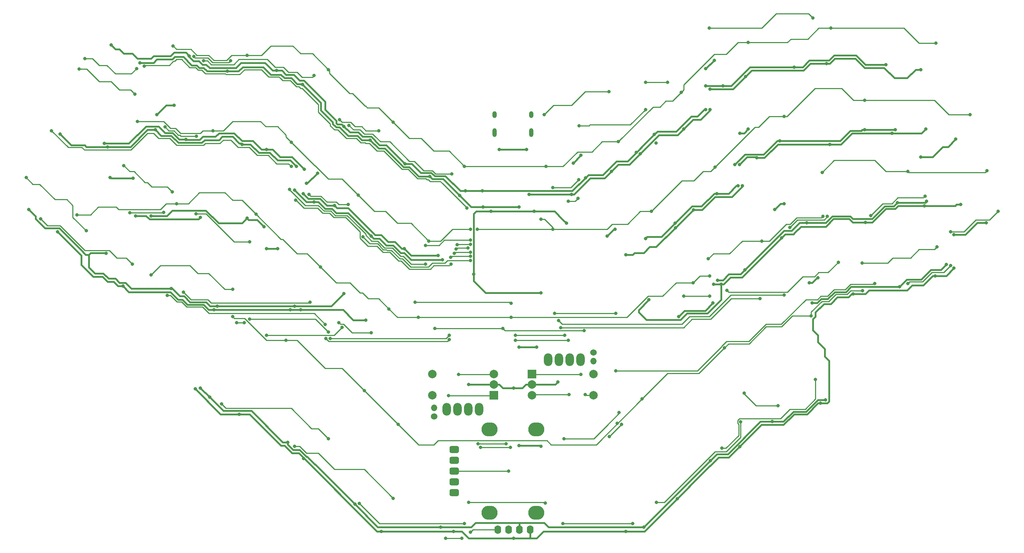
<source format=gbr>
%TF.GenerationSoftware,KiCad,Pcbnew,(5.1.9)-1*%
%TF.CreationDate,2021-07-18T01:14:03-07:00*%
%TF.ProjectId,barobord,6261726f-626f-4726-942e-6b696361645f,rev?*%
%TF.SameCoordinates,Original*%
%TF.FileFunction,Copper,L1,Top*%
%TF.FilePolarity,Positive*%
%FSLAX46Y46*%
G04 Gerber Fmt 4.6, Leading zero omitted, Abs format (unit mm)*
G04 Created by KiCad (PCBNEW (5.1.9)-1) date 2021-07-18 01:14:03*
%MOMM*%
%LPD*%
G01*
G04 APERTURE LIST*
%TA.AperFunction,ComponentPad*%
%ADD10O,2.000000X3.000000*%
%TD*%
%TA.AperFunction,ComponentPad*%
%ADD11O,1.524000X1.524000*%
%TD*%
%TA.AperFunction,ComponentPad*%
%ADD12C,1.524000*%
%TD*%
%TA.AperFunction,ComponentPad*%
%ADD13R,2.000000X2.000000*%
%TD*%
%TA.AperFunction,ComponentPad*%
%ADD14C,2.000000*%
%TD*%
%TA.AperFunction,ComponentPad*%
%ADD15O,1.600000X2.000000*%
%TD*%
%TA.AperFunction,ComponentPad*%
%ADD16O,3.800000X3.300000*%
%TD*%
%TA.AperFunction,ComponentPad*%
%ADD17O,1.000000X2.100000*%
%TD*%
%TA.AperFunction,ComponentPad*%
%ADD18O,1.000000X1.600000*%
%TD*%
%TA.AperFunction,ViaPad*%
%ADD19C,0.800000*%
%TD*%
%TA.AperFunction,Conductor*%
%ADD20C,0.381000*%
%TD*%
%TA.AperFunction,Conductor*%
%ADD21C,0.254000*%
%TD*%
G04 APERTURE END LIST*
D10*
%TO.P,SW45,NC*%
%TO.N,Net-(SW45-PadNC)*%
X154182593Y-112208404D03*
%TO.P,SW45,C*%
%TO.N,GND*%
X156722593Y-112208404D03*
%TO.P,SW45,B*%
%TO.N,ENC2B*%
X159262593Y-112208404D03*
%TO.P,SW45,A*%
%TO.N,ENC2A*%
X161802593Y-112208404D03*
D11*
%TO.P,SW45,S2*%
%TO.N,Net-(D82-Pad2)*%
X164802593Y-112558404D03*
D12*
%TO.P,SW45,S1*%
%TO.N,col10*%
X164802593Y-110558404D03*
%TD*%
D13*
%TO.P,SW43,A*%
%TO.N,ENC2A*%
X150352593Y-115558404D03*
D14*
%TO.P,SW43,C*%
%TO.N,GND*%
X150352593Y-118058404D03*
%TO.P,SW43,B*%
%TO.N,ENC2B*%
X150352593Y-120558404D03*
%TO.P,SW43,S2*%
%TO.N,Net-(D82-Pad2)*%
X164852593Y-115558404D03*
%TO.P,SW43,S1*%
%TO.N,col10*%
X164852593Y-120558404D03*
%TD*%
D13*
%TO.P,SW42,A*%
%TO.N,ENC1A*%
X141352593Y-120558404D03*
D14*
%TO.P,SW42,C*%
%TO.N,GND*%
X141352593Y-118058404D03*
%TO.P,SW42,B*%
%TO.N,ENC1B*%
X141352593Y-115558404D03*
%TO.P,SW42,S2*%
%TO.N,Net-(D81-Pad2)*%
X126852593Y-120558404D03*
%TO.P,SW42,S1*%
%TO.N,col10*%
X126852593Y-115558404D03*
%TD*%
D10*
%TO.P,SW44,NC*%
%TO.N,Net-(SW44-PadNC)*%
X137922593Y-123908404D03*
%TO.P,SW44,C*%
%TO.N,GND*%
X135382593Y-123908404D03*
%TO.P,SW44,B*%
%TO.N,ENC1B*%
X132842593Y-123908404D03*
%TO.P,SW44,A*%
%TO.N,ENC1A*%
X130302593Y-123908404D03*
D11*
%TO.P,SW44,S2*%
%TO.N,Net-(D81-Pad2)*%
X127302593Y-123558404D03*
D12*
%TO.P,SW44,S1*%
%TO.N,col10*%
X127302593Y-125558404D03*
%TD*%
D15*
%TO.P,Brd1,2*%
%TO.N,+5V*%
X147332593Y-152258404D03*
%TO.P,Brd1,1*%
%TO.N,GND*%
X149872593Y-152258404D03*
%TO.P,Brd1,3*%
%TO.N,scl*%
X144792593Y-152258404D03*
%TO.P,Brd1,4*%
%TO.N,sda*%
X142252593Y-152258404D03*
%TD*%
D16*
%TO.P,J1,9*%
%TO.N,N/C*%
X140352593Y-128658404D03*
%TO.P,J1,8*%
X151352593Y-128658404D03*
%TO.P,J1,7*%
X151352593Y-148258404D03*
%TO.P,J1,6*%
X140352593Y-148258404D03*
%TO.P,J1,1*%
%TO.N,+5V*%
%TA.AperFunction,ComponentPad*%
G36*
G01*
X133128593Y-132953404D02*
X133128593Y-133803404D01*
G75*
G02*
X132703593Y-134228404I-425000J0D01*
G01*
X131353593Y-134228404D01*
G75*
G02*
X130928593Y-133803404I0J425000D01*
G01*
X130928593Y-132953404D01*
G75*
G02*
X131353593Y-132528404I425000J0D01*
G01*
X132703593Y-132528404D01*
G75*
G02*
X133128593Y-132953404I0J-425000D01*
G01*
G37*
%TD.AperFunction*%
%TO.P,J1,2*%
%TO.N,sda*%
%TA.AperFunction,ComponentPad*%
G36*
G01*
X132703593Y-136768404D02*
X131353593Y-136768404D01*
G75*
G02*
X130928593Y-136343404I0J425000D01*
G01*
X130928593Y-135493404D01*
G75*
G02*
X131353593Y-135068404I425000J0D01*
G01*
X132703593Y-135068404D01*
G75*
G02*
X133128593Y-135493404I0J-425000D01*
G01*
X133128593Y-136343404D01*
G75*
G02*
X132703593Y-136768404I-425000J0D01*
G01*
G37*
%TD.AperFunction*%
%TO.P,J1,3*%
%TO.N,scl*%
%TA.AperFunction,ComponentPad*%
G36*
G01*
X132703593Y-139308404D02*
X131353593Y-139308404D01*
G75*
G02*
X130928593Y-138883404I0J425000D01*
G01*
X130928593Y-138033404D01*
G75*
G02*
X131353593Y-137608404I425000J0D01*
G01*
X132703593Y-137608404D01*
G75*
G02*
X133128593Y-138033404I0J-425000D01*
G01*
X133128593Y-138883404D01*
G75*
G02*
X132703593Y-139308404I-425000J0D01*
G01*
G37*
%TD.AperFunction*%
%TO.P,J1,4*%
%TO.N,Net-(J1-Pad4)*%
%TA.AperFunction,ComponentPad*%
G36*
G01*
X132703593Y-141848404D02*
X131353593Y-141848404D01*
G75*
G02*
X130928593Y-141423404I0J425000D01*
G01*
X130928593Y-140573404D01*
G75*
G02*
X131353593Y-140148404I425000J0D01*
G01*
X132703593Y-140148404D01*
G75*
G02*
X133128593Y-140573404I0J-425000D01*
G01*
X133128593Y-141423404D01*
G75*
G02*
X132703593Y-141848404I-425000J0D01*
G01*
G37*
%TD.AperFunction*%
%TO.P,J1,5*%
%TO.N,GND*%
%TA.AperFunction,ComponentPad*%
G36*
G01*
X132703593Y-144388404D02*
X131353593Y-144388404D01*
G75*
G02*
X130928593Y-143963404I0J425000D01*
G01*
X130928593Y-143113404D01*
G75*
G02*
X131353593Y-142688404I425000J0D01*
G01*
X132703593Y-142688404D01*
G75*
G02*
X133128593Y-143113404I0J-425000D01*
G01*
X133128593Y-143963404D01*
G75*
G02*
X132703593Y-144388404I-425000J0D01*
G01*
G37*
%TD.AperFunction*%
%TD*%
D17*
%TO.P,USB1,13*%
%TO.N,GND*%
X141532593Y-58688404D03*
X150172593Y-58688404D03*
D18*
X141532593Y-54508404D03*
X150172593Y-54508404D03*
%TD*%
D19*
%TO.N,GND*%
X138852593Y-76258404D03*
X147252593Y-76258404D03*
X169052593Y-67858404D03*
X149652593Y-73258404D03*
X186052593Y-57858404D03*
X192252596Y-53258404D03*
X192252593Y-48458404D03*
X200652593Y-45458404D03*
X219652593Y-42458404D03*
X241852593Y-43858404D03*
X177052593Y-83658404D03*
X184052593Y-80058404D03*
X175852593Y-63658404D03*
X198852593Y-71258404D03*
X198052593Y-66258404D03*
X235851580Y-58058404D03*
X241838526Y-64472471D03*
X250052593Y-60258404D03*
X193852593Y-73058404D03*
X249652593Y-90658404D03*
X71052593Y-119058404D03*
X75452593Y-100458404D03*
X54052593Y-94858404D03*
X114852593Y-152658404D03*
X96584002Y-135507750D03*
X81452593Y-125058404D03*
X184552593Y-144958404D03*
X199311561Y-132717372D03*
X218252593Y-122458404D03*
X225902062Y-96707873D03*
X245252593Y-92458404D03*
X257252593Y-79985404D03*
X249652593Y-82785404D03*
X228652593Y-58058404D03*
X208652593Y-60658404D03*
X38652593Y-82058404D03*
X236366660Y-75172471D03*
X215052593Y-79985404D03*
X194052593Y-93458404D03*
X192906593Y-98858404D03*
X184852593Y-102058404D03*
X200452593Y-91058404D03*
X126252593Y-69058404D03*
X58052593Y-42258404D03*
X78652593Y-44258404D03*
X96352593Y-47358404D03*
X112193625Y-60517372D03*
X120252593Y-86058404D03*
X128252593Y-87658404D03*
X133352593Y-73558404D03*
X103852593Y-75858404D03*
X96482651Y-73058404D03*
X96766660Y-67372471D03*
X68852593Y-60312404D03*
X49652593Y-61258404D03*
X87852593Y-62658404D03*
X111252593Y-102858404D03*
X95917413Y-100458404D03*
X83252593Y-78858404D03*
X87238526Y-80872471D03*
X93452593Y-100458404D03*
X60652593Y-78312404D03*
X243252593Y-74858404D03*
X172452593Y-152658404D03*
X159652593Y-73258404D03*
X131852593Y-152658404D03*
X146052593Y-118858404D03*
X146052593Y-154258404D03*
X135452593Y-118058404D03*
X156452593Y-117458404D03*
%TO.N,+5V*%
X140652593Y-77258404D03*
X158452593Y-80058404D03*
X136652593Y-92058404D03*
X152452593Y-96458404D03*
X150852593Y-77258404D03*
X191252593Y-53258404D03*
X191252593Y-47658404D03*
X233652593Y-42658404D03*
X212052593Y-43258404D03*
X193252593Y-41658404D03*
X191252593Y-43658404D03*
X195252593Y-47658404D03*
X179152593Y-59158404D03*
X161852593Y-64058404D03*
X160052593Y-65858404D03*
X162952593Y-69358404D03*
X169852593Y-81458404D03*
X168052593Y-83058404D03*
X172452593Y-87458404D03*
X184111561Y-81117372D03*
X174903908Y-63342176D03*
X188311561Y-76917372D03*
X199852593Y-71258404D03*
X199170529Y-66258404D03*
X203252593Y-64648904D03*
X199252593Y-58858404D03*
X201252593Y-57858404D03*
X243052593Y-57858404D03*
X235052593Y-58858404D03*
X251252593Y-75658404D03*
X247903908Y-89742176D03*
X236852593Y-95058404D03*
X216252593Y-98858404D03*
X215652593Y-94058404D03*
X217666660Y-92872471D03*
X219452593Y-121658404D03*
X206852593Y-126785404D03*
X192366660Y-135972471D03*
X176652593Y-151658404D03*
X108652593Y-146258404D03*
X92852593Y-131658404D03*
X74452593Y-121058404D03*
X72252593Y-118858404D03*
X76252593Y-99585404D03*
X50052593Y-87185404D03*
X31852593Y-76858404D03*
X220452593Y-61458404D03*
X65452593Y-95458404D03*
X228852593Y-79858404D03*
X242747063Y-75963934D03*
X209111561Y-83517372D03*
X207452593Y-76858404D03*
X209652593Y-75458404D03*
X193052593Y-94458404D03*
X194852593Y-94458404D03*
X177866660Y-98072471D03*
X120452593Y-66058404D03*
X90252593Y-44058404D03*
X69652593Y-40658404D03*
X51252593Y-38058404D03*
X112452593Y-83058404D03*
X129252593Y-88658404D03*
X134652593Y-72458404D03*
X99052593Y-75058404D03*
X97273151Y-70658404D03*
X99852593Y-68258404D03*
X94452593Y-72258404D03*
X94852593Y-66658404D03*
X82052593Y-61458404D03*
X61652593Y-58058404D03*
X62052593Y-54458404D03*
X66052593Y-52258404D03*
X39266660Y-59072471D03*
X106052593Y-96658404D03*
X90452593Y-86058404D03*
X87852593Y-86058404D03*
X94463413Y-99585404D03*
X56452593Y-69458404D03*
X51052593Y-69258404D03*
X50443094Y-62048905D03*
X72252593Y-78658404D03*
X57052593Y-78312404D03*
X106052593Y-57258404D03*
X138652593Y-72458404D03*
X128852593Y-151658404D03*
X151452593Y-109258404D03*
X147252593Y-109258404D03*
X147252593Y-132458404D03*
X152452593Y-132658404D03*
%TO.N,row0*%
X245452593Y-37658404D03*
X170652593Y-60858404D03*
X185452593Y-49258404D03*
X201252593Y-37458404D03*
X220652593Y-34058404D03*
X134452593Y-66658404D03*
X83252593Y-40458404D03*
X102452593Y-43858404D03*
X117652593Y-56258404D03*
X65852593Y-38258404D03*
X153652593Y-66658404D03*
%TO.N,row1*%
X253452593Y-54458404D03*
X178452593Y-77258404D03*
X193452593Y-66858404D03*
X209652593Y-54858404D03*
X228652593Y-51058404D03*
X137452593Y-81458404D03*
X135852593Y-81458404D03*
X126052593Y-84258404D03*
X109452593Y-73458404D03*
X93711582Y-60999415D03*
X75252593Y-58258404D03*
X57452593Y-56058404D03*
X152452593Y-79131404D03*
X155252593Y-81458404D03*
%TO.N,row2*%
X257452593Y-67658404D03*
X238852593Y-67858404D03*
X218652593Y-68058404D03*
X218852593Y-78458404D03*
X204452593Y-84258404D03*
X191852593Y-88458404D03*
X192179593Y-92458404D03*
X188252593Y-94058404D03*
X43252593Y-78058404D03*
X66652593Y-75458404D03*
X85352593Y-77958404D03*
X100552593Y-90358404D03*
X116652593Y-100258404D03*
X123579593Y-102258404D03*
X145452593Y-102258404D03*
%TO.N,row3*%
X245652593Y-85658404D03*
X228052593Y-89458404D03*
X79852593Y-102058404D03*
X60652593Y-92258404D03*
X79852593Y-95658404D03*
X216052593Y-101858404D03*
X195652593Y-109458404D03*
X176252593Y-121458404D03*
X118852593Y-127458404D03*
X110852593Y-119458404D03*
X92452593Y-107658404D03*
X228111561Y-95917372D03*
X145452593Y-98931404D03*
X122852593Y-98658404D03*
X170428679Y-127234490D03*
%TO.N,led*%
X125252593Y-85258404D03*
X125252593Y-89658404D03*
X93252593Y-72058404D03*
X93652593Y-66658404D03*
X37252593Y-58258404D03*
X45052593Y-41258404D03*
X57252593Y-43658404D03*
X135852593Y-84058404D03*
%TO.N,VCC*%
X149052593Y-62658404D03*
X142652593Y-62658404D03*
%TO.N,Net-(D43-Pad2)*%
X34652593Y-79058404D03*
X56252593Y-89658404D03*
%TO.N,Net-(D44-Pad2)*%
X55652593Y-77585404D03*
X63652593Y-77458404D03*
%TO.N,Net-(D45-Pad2)*%
X71325593Y-59585404D03*
X63938526Y-57372471D03*
%TO.N,Net-(D46-Pad2)*%
X79366660Y-41772471D03*
X70708628Y-40742573D03*
%TO.N,Net-(D47-Pad2)*%
X99052593Y-45258404D03*
X73052593Y-41785404D03*
%TO.N,Net-(D51-Pad2)*%
X68252593Y-96258404D03*
X98052593Y-98658404D03*
%TO.N,Net-(D52-Pad2)*%
X107052593Y-75658404D03*
X97852593Y-73258404D03*
%TO.N,Net-(D53-Pad2)*%
X114252593Y-58258404D03*
X105052593Y-55658404D03*
%TO.N,Net-(D54-Pad2)*%
X131452593Y-68458404D03*
X107252593Y-56985404D03*
%TO.N,Net-(D57-Pad2)*%
X105655860Y-104585404D03*
X87852593Y-106458404D03*
%TO.N,Net-(D58-Pad2)*%
X77252593Y-122658404D03*
X102452593Y-130858404D03*
%TO.N,Net-(D59-Pad2)*%
X94452593Y-132658404D03*
X117652593Y-144858404D03*
%TO.N,Net-(D60-Pad2)*%
X109652593Y-146058404D03*
X174052593Y-150858404D03*
X134452593Y-150858404D03*
X135452593Y-145858404D03*
X153493625Y-146017372D03*
X157652593Y-150858404D03*
%TO.N,Net-(D61-Pad2)*%
X179652593Y-145858404D03*
X199452593Y-126858404D03*
%TO.N,Net-(D62-Pad2)*%
X195052593Y-133058404D03*
X217052593Y-116858404D03*
%TO.N,Net-(D63-Pad2)*%
X208252593Y-123058404D03*
X200252593Y-120058404D03*
X192179593Y-97258404D03*
X186052593Y-97258404D03*
%TO.N,Net-(D66-Pad2)*%
X161452593Y-57058404D03*
X177052593Y-53258404D03*
X177052593Y-46858404D03*
X182252593Y-46858404D03*
%TO.N,Net-(D69-Pad2)*%
X196252593Y-95858404D03*
X222452593Y-89258404D03*
%TO.N,Net-(D73-Pad2)*%
X192052593Y-34058404D03*
X216452593Y-31658404D03*
%TO.N,Net-(D77-Pad2)*%
X238852593Y-94258404D03*
X248852593Y-90058404D03*
X248852593Y-82058404D03*
X260052593Y-77258404D03*
%TO.N,RESET*%
X158852593Y-74858404D03*
X161166660Y-74172471D03*
X157852593Y-130804404D03*
X170852593Y-124658404D03*
%TO.N,col0*%
X45452593Y-81858404D03*
X31252593Y-69258404D03*
X135852593Y-85058404D03*
X132683150Y-85098048D03*
X134979593Y-76458404D03*
X59052593Y-43048904D03*
X56852593Y-49658404D03*
X43752593Y-43758404D03*
%TO.N,col1*%
X54252593Y-66458404D03*
X65652593Y-72658404D03*
X135252593Y-85858404D03*
X132485593Y-86131475D03*
X130866660Y-107472471D03*
X101852593Y-107258404D03*
X101630160Y-103880837D03*
X64452593Y-97048904D03*
%TO.N,col2*%
X83852593Y-84458404D03*
X71266660Y-77844337D03*
X135853186Y-86858475D03*
X132052593Y-87131473D03*
X130852593Y-106458404D03*
X102852593Y-107185404D03*
X102452593Y-105731404D03*
X83866660Y-102644337D03*
X82638526Y-103472471D03*
X80852593Y-103458404D03*
%TO.N,col3*%
X135850219Y-87858473D03*
X131233603Y-88058404D03*
X131252593Y-89658404D03*
X94684721Y-74594628D03*
%TO.N,col4*%
X104852593Y-103458404D03*
X112463574Y-105869385D03*
X135862093Y-88858404D03*
X110557980Y-83240243D03*
%TO.N,col5*%
X155252593Y-71658404D03*
X161352593Y-69758404D03*
X168544972Y-130366025D03*
X171452593Y-127458404D03*
%TO.N,col6*%
X179511561Y-61117372D03*
X153252593Y-54458404D03*
X168452593Y-49058404D03*
%TO.N,col7*%
X157111526Y-104658404D03*
X204052593Y-97858404D03*
%TO.N,col8*%
X211052593Y-81058404D03*
X219852593Y-78458404D03*
X156579593Y-102985404D03*
X209652593Y-96985404D03*
%TO.N,col9*%
X230052593Y-78258404D03*
X242852593Y-73658404D03*
X231052593Y-94258404D03*
X170052593Y-114858404D03*
X170052593Y-101258404D03*
X155652593Y-101258404D03*
%TO.N,sda*%
X135852593Y-152858404D03*
X133852593Y-154258404D03*
X130052593Y-154258404D03*
X137652593Y-131985404D03*
X144252593Y-131985404D03*
X146466660Y-106472471D03*
X158052593Y-106458404D03*
%TO.N,scl*%
X144852593Y-138458404D03*
X138252593Y-132858404D03*
X145252593Y-132858404D03*
X146452593Y-107658404D03*
X158852593Y-107658404D03*
%TO.N,ENC1B*%
X133052593Y-115658404D03*
%TO.N,ENC1A*%
X130652593Y-120658404D03*
%TO.N,col10*%
X162652593Y-105385404D03*
X143452593Y-104858404D03*
X127452593Y-104858404D03*
X162852593Y-120458404D03*
%TO.N,ENC2B*%
X159052593Y-120458404D03*
%TO.N,ENC2A*%
X161852593Y-115658404D03*
%TD*%
D20*
%TO.N,GND*%
X138852593Y-76258404D02*
X147252593Y-76258404D01*
X169052593Y-67858404D02*
X167452593Y-69458404D01*
X167452593Y-69458404D02*
X164052593Y-69458404D01*
X164052593Y-69458404D02*
X160252593Y-73258404D01*
X169052593Y-67858404D02*
X170652593Y-66258404D01*
X170652593Y-66258404D02*
X173052593Y-66258404D01*
X173052593Y-66258404D02*
X173252593Y-66258404D01*
X180252593Y-59258404D02*
X184652593Y-59258404D01*
X184652593Y-59258404D02*
X186052593Y-57858404D01*
X186052593Y-57858404D02*
X188252593Y-55658404D01*
X188252593Y-55658404D02*
X189652593Y-55658404D01*
X192252596Y-53428343D02*
X192252596Y-53258404D01*
X190022535Y-55658404D02*
X192252596Y-53428343D01*
X189652593Y-55658404D02*
X190022535Y-55658404D01*
X197652593Y-48458404D02*
X200652593Y-45458404D01*
X192252593Y-48458404D02*
X197652593Y-48458404D01*
X200652593Y-45458404D02*
X202052593Y-44058404D01*
X202052593Y-44058404D02*
X214252593Y-44058404D01*
X215852593Y-42458404D02*
X219652593Y-42458404D01*
X214252593Y-44058404D02*
X215852593Y-42458404D01*
X219652593Y-42458404D02*
X220452593Y-42458404D01*
X220452593Y-42458404D02*
X221652593Y-41258404D01*
X221652593Y-41258404D02*
X226452593Y-41258404D01*
X226452593Y-41258404D02*
X228652593Y-43458404D01*
X228652593Y-43458404D02*
X233252593Y-43458404D01*
X233252593Y-43458404D02*
X235652593Y-45858404D01*
X235652593Y-45858404D02*
X238652593Y-45858404D01*
X240652593Y-43858404D02*
X241852593Y-43858404D01*
X238652593Y-45858404D02*
X240652593Y-43858404D01*
X177052593Y-83658404D02*
X177452593Y-83258404D01*
X177452593Y-83258404D02*
X180852593Y-83258404D01*
X180852593Y-83258404D02*
X184052593Y-80058404D01*
X175852593Y-63658404D02*
X180252593Y-59258404D01*
X173252593Y-66258404D02*
X175852593Y-63658404D01*
X184052593Y-80058404D02*
X188052593Y-76058404D01*
X188052593Y-76058404D02*
X190252593Y-76058404D01*
X190252593Y-76058404D02*
X193252593Y-73058404D01*
X198452593Y-71258404D02*
X198852593Y-71258404D01*
X196652593Y-73058404D02*
X198452593Y-71258404D01*
X198052593Y-66258404D02*
X200452593Y-63858404D01*
X200452593Y-63858404D02*
X204852593Y-63858404D01*
X204852593Y-63858404D02*
X208052593Y-60658404D01*
X222852593Y-60658404D02*
X225252593Y-58258404D01*
X225252593Y-58258404D02*
X227852593Y-58258404D01*
X227852593Y-58258404D02*
X228052593Y-58058404D01*
X241838526Y-64472471D02*
X244638526Y-64472471D01*
X244638526Y-64472471D02*
X247052593Y-62058404D01*
X248252593Y-62058404D02*
X250052593Y-60258404D01*
X247052593Y-62058404D02*
X248252593Y-62058404D01*
X193852593Y-73058404D02*
X196652593Y-73058404D01*
X193252593Y-73058404D02*
X193852593Y-73058404D01*
X249652593Y-90658404D02*
X247852593Y-92458404D01*
X244652593Y-92458404D02*
X242452593Y-94658404D01*
X242452593Y-94658404D02*
X239852593Y-94658404D01*
X239852593Y-94658404D02*
X238652593Y-95858404D01*
X238652593Y-95858404D02*
X229652593Y-95858404D01*
X229652593Y-95858404D02*
X228803124Y-96707873D01*
X225603124Y-96707873D02*
X224852593Y-97458404D01*
X224852593Y-97458404D02*
X222252593Y-97458404D01*
X222252593Y-97458404D02*
X220652593Y-99058404D01*
X220652593Y-99058404D02*
X219052593Y-99058404D01*
X219052593Y-99058404D02*
X217052593Y-101058404D01*
X217052593Y-101058404D02*
X217052593Y-102058404D01*
X217052593Y-102058404D02*
X216452593Y-102658404D01*
X216452593Y-105277403D02*
X217633594Y-106458404D01*
X216452593Y-102658404D02*
X216452593Y-105277403D01*
X217633594Y-106458404D02*
X217633594Y-108039405D01*
X217633594Y-108039405D02*
X219252593Y-109658404D01*
X219252593Y-109658404D02*
X219252593Y-111458404D01*
X219252593Y-111458404D02*
X220252593Y-112458404D01*
X220252593Y-112458404D02*
X220252593Y-122058404D01*
X220252593Y-122058404D02*
X219852593Y-122458404D01*
X217674265Y-122458404D02*
X215074265Y-125058404D01*
X215074265Y-125058404D02*
X212074265Y-125058404D01*
X209556764Y-127575905D02*
X204335092Y-127575905D01*
X212074265Y-125058404D02*
X209556764Y-127575905D01*
X204335092Y-127575905D02*
X199052593Y-132858404D01*
X199052593Y-132858404D02*
X196652593Y-135258404D01*
X196652593Y-135258404D02*
X194252593Y-135258404D01*
X194252593Y-135258404D02*
X190252593Y-139258404D01*
X113852593Y-152658404D02*
X95452593Y-134258404D01*
X95452593Y-134258404D02*
X93852593Y-134258404D01*
X93852593Y-134258404D02*
X92052593Y-132458404D01*
X92052593Y-132458404D02*
X91252593Y-132458404D01*
X91252593Y-132458404D02*
X83852593Y-125058404D01*
X77052593Y-125058404D02*
X71052593Y-119058404D01*
X75452593Y-100458404D02*
X74252593Y-100458404D01*
X73052593Y-99258404D02*
X69252593Y-99258404D01*
X69252593Y-99258404D02*
X68052593Y-98058404D01*
X68052593Y-98058404D02*
X67052593Y-98058404D01*
X67052593Y-98058404D02*
X65252593Y-96258404D01*
X55452593Y-96258404D02*
X54052593Y-94858404D01*
X65252593Y-96258404D02*
X55452593Y-96258404D01*
X114852593Y-152658404D02*
X113852593Y-152658404D01*
X81452593Y-125058404D02*
X77052593Y-125058404D01*
X83852593Y-125058404D02*
X81452593Y-125058404D01*
X184552593Y-144958404D02*
X176852593Y-152658404D01*
X190252593Y-139258404D02*
X184552593Y-144958404D01*
X218252593Y-122458404D02*
X217674265Y-122458404D01*
X219852593Y-122458404D02*
X218252593Y-122458404D01*
X225902062Y-96707873D02*
X225603124Y-96707873D01*
X228803124Y-96707873D02*
X225902062Y-96707873D01*
X245252593Y-92458404D02*
X244652593Y-92458404D01*
X247852593Y-92458404D02*
X245252593Y-92458404D01*
X257252593Y-79985404D02*
X255125593Y-79985404D01*
X252325593Y-82785404D02*
X249652593Y-82785404D01*
X255125593Y-79985404D02*
X252325593Y-82785404D01*
X228652593Y-58058404D02*
X235851580Y-58058404D01*
X228052593Y-58058404D02*
X228652593Y-58058404D01*
X208652593Y-60658404D02*
X222852593Y-60658404D01*
X208052593Y-60658404D02*
X208652593Y-60658404D01*
X73452593Y-99658404D02*
X73052593Y-99258404D01*
X74252593Y-100458404D02*
X73452593Y-99658404D01*
X54052593Y-94858404D02*
X52852593Y-94858404D01*
X52852593Y-94858404D02*
X51852593Y-93858404D01*
X51852593Y-93858404D02*
X50452593Y-93858404D01*
X50452593Y-93858404D02*
X49252593Y-92658404D01*
X49252593Y-92658404D02*
X47052593Y-92658404D01*
X47052593Y-92658404D02*
X44252593Y-89858404D01*
X44252593Y-89858404D02*
X44252593Y-87658404D01*
X44252593Y-87658404D02*
X38652593Y-82058404D01*
X236366660Y-75172471D02*
X235480727Y-76058404D01*
X230432034Y-79048905D02*
X226043094Y-79048905D01*
X233422535Y-76058404D02*
X230432034Y-79048905D01*
X235480727Y-76058404D02*
X233422535Y-76058404D01*
X226043094Y-79048905D02*
X225843094Y-79048905D01*
X225843094Y-79048905D02*
X225252593Y-78458404D01*
X225252593Y-78458404D02*
X221052593Y-78458404D01*
X219525593Y-79985404D02*
X215052593Y-79985404D01*
X221052593Y-78458404D02*
X219525593Y-79985404D01*
X215052593Y-79985404D02*
X213325593Y-79985404D01*
X213325593Y-79985404D02*
X211452593Y-81858404D01*
X211452593Y-81858404D02*
X209652593Y-81858404D01*
X199452593Y-92058404D02*
X196652593Y-92058404D01*
X195252593Y-93458404D02*
X194052593Y-93458404D01*
X196652593Y-92058404D02*
X195252593Y-93458404D01*
X192906593Y-98858404D02*
X191106593Y-100658404D01*
X186252593Y-100658404D02*
X184852593Y-102058404D01*
X191106593Y-100658404D02*
X186252593Y-100658404D01*
X200452593Y-91058404D02*
X199452593Y-92058404D01*
X209652593Y-81858404D02*
X200452593Y-91058404D01*
X138852593Y-76258404D02*
X136052593Y-76258404D01*
X126852593Y-69658404D02*
X126252593Y-69058404D01*
X129452593Y-69658404D02*
X126852593Y-69658404D01*
X126252593Y-69058404D02*
X123652593Y-69058404D01*
X123652593Y-69058404D02*
X121452593Y-66858404D01*
X120082651Y-66858404D02*
X115682651Y-62458404D01*
X121452593Y-66858404D02*
X120082651Y-66858404D01*
X115682651Y-62458404D02*
X114252593Y-62458404D01*
X114252593Y-62458404D02*
X112252593Y-60458404D01*
X112252593Y-60458404D02*
X110252593Y-60458404D01*
X110252593Y-60458404D02*
X109252593Y-59458404D01*
X109252593Y-59458404D02*
X107052593Y-59458404D01*
X107052593Y-59458404D02*
X105052593Y-57458404D01*
X105052593Y-57458404D02*
X104252593Y-57458404D01*
X104252593Y-57458404D02*
X103452593Y-56658404D01*
X103452593Y-56658404D02*
X103452593Y-56258404D01*
X103452593Y-56258404D02*
X100652593Y-53458404D01*
X100652593Y-53458404D02*
X100652593Y-51658404D01*
X96252593Y-47258404D02*
X95052593Y-47258404D01*
X95052593Y-47258404D02*
X93652593Y-45858404D01*
X93652593Y-45858404D02*
X92052593Y-45858404D01*
X92052593Y-45858404D02*
X91252593Y-45058404D01*
X91252593Y-45058404D02*
X88852593Y-45058404D01*
X88852593Y-45058404D02*
X87052593Y-43258404D01*
X87052593Y-43258404D02*
X82252593Y-43258404D01*
X82252593Y-43258404D02*
X81252593Y-44258404D01*
X73852593Y-44258404D02*
X73052593Y-43458404D01*
X73052593Y-43458404D02*
X72052593Y-43458404D01*
X72052593Y-43458404D02*
X71452593Y-42858404D01*
X71452593Y-42858404D02*
X70252593Y-42858404D01*
X70252593Y-42858404D02*
X68252593Y-40858404D01*
X68252593Y-40858404D02*
X66252593Y-40858404D01*
X66252593Y-40858404D02*
X65652593Y-41458404D01*
X65652593Y-41458404D02*
X62052593Y-41458404D01*
X61252593Y-42258404D02*
X58052593Y-42258404D01*
X62052593Y-41458404D02*
X61252593Y-42258404D01*
X78652593Y-44258404D02*
X73852593Y-44258404D01*
X81252593Y-44258404D02*
X78652593Y-44258404D01*
X96352593Y-47358404D02*
X96252593Y-47258404D01*
X100652593Y-51658404D02*
X96352593Y-47358404D01*
X120252593Y-86058404D02*
X121852593Y-87658404D01*
X121852593Y-87658404D02*
X128252593Y-87658404D01*
X133352593Y-73558404D02*
X129452593Y-69658404D01*
X136052593Y-76258404D02*
X133352593Y-73558404D01*
X120252593Y-86058404D02*
X119652593Y-86058404D01*
X119652593Y-86058404D02*
X118052593Y-84458404D01*
X118052593Y-84458404D02*
X116452593Y-84458404D01*
X116452593Y-84458404D02*
X114852593Y-82858404D01*
X114852593Y-82858404D02*
X113452593Y-82858404D01*
X113452593Y-82858404D02*
X107052593Y-76458404D01*
X107052593Y-76458404D02*
X106652593Y-76458404D01*
X104452593Y-76458404D02*
X103852593Y-75858404D01*
X106652593Y-76458404D02*
X104452593Y-76458404D01*
X103852593Y-75858404D02*
X102052593Y-75858404D01*
X102052593Y-75858404D02*
X100452593Y-74258404D01*
X97682651Y-74258404D02*
X96482651Y-73058404D01*
X100452593Y-74258404D02*
X97682651Y-74258404D01*
X96766660Y-67372471D02*
X93852593Y-64458404D01*
X93852593Y-64458404D02*
X91052593Y-64458404D01*
X91052593Y-64458404D02*
X89252593Y-62658404D01*
X86652593Y-62658404D02*
X84652593Y-60658404D01*
X84652593Y-60658404D02*
X82052593Y-60658404D01*
X82052593Y-60658404D02*
X80252593Y-58858404D01*
X80252593Y-58858404D02*
X76652593Y-58858404D01*
X76652593Y-58858404D02*
X75852593Y-59658404D01*
X75852593Y-59658404D02*
X72852593Y-59658404D01*
X68916094Y-60375905D02*
X68852593Y-60312404D01*
X72135092Y-60375905D02*
X68916094Y-60375905D01*
X72852593Y-59658404D02*
X72135092Y-60375905D01*
X87852593Y-62658404D02*
X86652593Y-62658404D01*
X89252593Y-62658404D02*
X87852593Y-62658404D01*
X59446477Y-57258404D02*
X55446477Y-61258404D01*
X62452593Y-57258404D02*
X59446477Y-57258404D01*
X55446477Y-61258404D02*
X49652593Y-61258404D01*
X63970103Y-58775914D02*
X62452593Y-57258404D01*
X65770103Y-58775914D02*
X63970103Y-58775914D01*
X67306593Y-60312404D02*
X65770103Y-58775914D01*
X68852593Y-60312404D02*
X67306593Y-60312404D01*
X108252593Y-102858404D02*
X111252593Y-102858404D01*
X105852593Y-100458404D02*
X108252593Y-102858404D01*
X83252593Y-78858404D02*
X83652593Y-79258404D01*
X85624459Y-79258404D02*
X87238526Y-80872471D01*
X83652593Y-79258404D02*
X85624459Y-79258404D01*
X93452593Y-100458404D02*
X105852593Y-100458404D01*
X75452593Y-100458404D02*
X93452593Y-100458404D01*
X83252593Y-78858404D02*
X82052593Y-80058404D01*
X82052593Y-80058404D02*
X77652593Y-80058404D01*
X73579893Y-77053836D02*
X70179893Y-77053836D01*
X76584461Y-80058404D02*
X73579893Y-77053836D01*
X77652593Y-80058404D02*
X76584461Y-80058404D01*
X70179893Y-77053836D02*
X65657161Y-77053836D01*
X64398593Y-78312404D02*
X60652593Y-78312404D01*
X65657161Y-77053836D02*
X64398593Y-78312404D01*
X236366660Y-75172471D02*
X242938526Y-75172471D01*
X242938526Y-75172471D02*
X243252593Y-74858404D01*
X176852593Y-152658404D02*
X172452593Y-152658404D01*
X159652593Y-73258404D02*
X149652593Y-73258404D01*
X160252593Y-73258404D02*
X159652593Y-73258404D01*
X131852593Y-152658404D02*
X114852593Y-152658404D01*
X146052593Y-118858404D02*
X143452593Y-118858404D01*
X143452593Y-118858404D02*
X142652593Y-118058404D01*
X142652593Y-118058404D02*
X141352593Y-118058404D01*
X149652593Y-118058404D02*
X150952593Y-118058404D01*
X146052593Y-118858404D02*
X148052593Y-118858404D01*
X148852593Y-118058404D02*
X150352593Y-118058404D01*
X148052593Y-118858404D02*
X148852593Y-118058404D01*
X151452593Y-154258404D02*
X153052593Y-152658404D01*
X172452593Y-152658404D02*
X153052593Y-152658404D01*
X140852593Y-154258404D02*
X146052593Y-154258404D01*
X149872593Y-154038404D02*
X149652593Y-154258404D01*
X149872593Y-152258404D02*
X149872593Y-154038404D01*
X149652593Y-154258404D02*
X151452593Y-154258404D01*
X146052593Y-154258404D02*
X149652593Y-154258404D01*
X131852593Y-152658404D02*
X133852593Y-152658404D01*
X135452593Y-154258404D02*
X140852593Y-154258404D01*
X133852593Y-152658404D02*
X135452593Y-154258404D01*
X135452593Y-118058404D02*
X141352593Y-118058404D01*
X155852593Y-118058404D02*
X150352593Y-118058404D01*
X156452593Y-117458404D02*
X155852593Y-118058404D01*
%TO.N,+5V*%
X140652593Y-77258404D02*
X137252593Y-77258404D01*
X136652593Y-77858404D02*
X136652593Y-92058404D01*
X137252593Y-77258404D02*
X136652593Y-77858404D01*
X136652593Y-92058404D02*
X136652593Y-93658404D01*
X139452593Y-96458404D02*
X152452593Y-96458404D01*
X136652593Y-93658404D02*
X139452593Y-96458404D01*
X157652593Y-79258404D02*
X158452593Y-80058404D01*
X155652593Y-77258404D02*
X157652593Y-79258404D01*
X150852593Y-77258404D02*
X155652593Y-77258404D01*
X140652593Y-77258404D02*
X150852593Y-77258404D01*
X139052593Y-72458404D02*
X159852593Y-72458404D01*
X163652593Y-68658404D02*
X167052593Y-68658404D01*
X167052593Y-68658404D02*
X170252593Y-65458404D01*
X170252593Y-65458404D02*
X172852593Y-65458404D01*
X179852593Y-58458404D02*
X184252593Y-58458404D01*
X184252593Y-58458404D02*
X187852593Y-54858404D01*
X187852593Y-54858404D02*
X189252593Y-54858404D01*
X190852593Y-53258404D02*
X191252593Y-53258404D01*
X189252593Y-54858404D02*
X190852593Y-53258404D01*
X197252593Y-47658404D02*
X201652593Y-43258404D01*
X214052593Y-43258404D02*
X215652593Y-41658404D01*
X215652593Y-41658404D02*
X220252593Y-41658404D01*
X221452593Y-40458404D02*
X226252593Y-40458404D01*
X220252593Y-41658404D02*
X221452593Y-40458404D01*
X226252593Y-40458404D02*
X226652593Y-40458404D01*
X228852593Y-42658404D02*
X233652593Y-42658404D01*
X226652593Y-40458404D02*
X228852593Y-42658404D01*
X212052593Y-43258404D02*
X214052593Y-43258404D01*
X201652593Y-43258404D02*
X212052593Y-43258404D01*
X193252593Y-41658404D02*
X191252593Y-43658404D01*
X195252593Y-47658404D02*
X197252593Y-47658404D01*
X191252593Y-47658404D02*
X195252593Y-47658404D01*
X179152593Y-59158404D02*
X179852593Y-58458404D01*
X172852593Y-65458404D02*
X179152593Y-59158404D01*
X161852593Y-64058404D02*
X160052593Y-65858404D01*
X162952593Y-69358404D02*
X163652593Y-68658404D01*
X159852593Y-72458404D02*
X162952593Y-69358404D01*
X169652593Y-81458404D02*
X168052593Y-83058404D01*
X169852593Y-81458404D02*
X169652593Y-81458404D01*
X172452593Y-87458404D02*
X174052593Y-87458404D01*
X174052593Y-87458404D02*
X174452593Y-87058404D01*
X174452593Y-87058404D02*
X176652593Y-87058404D01*
X176652593Y-87058404D02*
X178052593Y-85658404D01*
X179570529Y-85658404D02*
X184111561Y-81117372D01*
X178052593Y-85658404D02*
X179570529Y-85658404D01*
X184111561Y-81117372D02*
X188311561Y-76917372D01*
X188311561Y-76917372D02*
X190393625Y-76917372D01*
X190393625Y-76917372D02*
X193452593Y-73858404D01*
X199852593Y-71428346D02*
X199852593Y-71258404D01*
X197422535Y-73858404D02*
X199852593Y-71428346D01*
X193452593Y-73858404D02*
X197422535Y-73858404D01*
X199170529Y-66258404D02*
X200970529Y-64458404D01*
X203062093Y-64458404D02*
X203252593Y-64648904D01*
X200970529Y-64458404D02*
X203062093Y-64458404D01*
X200252593Y-58858404D02*
X201252593Y-57858404D01*
X199252593Y-58858404D02*
X200252593Y-58858404D01*
X203252593Y-64648904D02*
X205062093Y-64648904D01*
X205062093Y-64648904D02*
X208252593Y-61458404D01*
X223052593Y-61458404D02*
X225652593Y-58858404D01*
X242052593Y-58858404D02*
X243052593Y-57858404D01*
X225652593Y-58858404D02*
X235052593Y-58858404D01*
X235052593Y-58858404D02*
X242052593Y-58858404D01*
X247903908Y-89742176D02*
X246587680Y-91058404D01*
X244252593Y-91058404D02*
X241970103Y-93340894D01*
X246587680Y-91058404D02*
X244252593Y-91058404D01*
X238570103Y-93340894D02*
X236852593Y-95058404D01*
X241970103Y-93340894D02*
X238570103Y-93340894D01*
X215652593Y-94058404D02*
X216252593Y-94058404D01*
X217438526Y-92872471D02*
X217666660Y-92872471D01*
X216252593Y-94058404D02*
X217438526Y-92872471D01*
X219452593Y-121658404D02*
X217652593Y-121658404D01*
X217652593Y-121658404D02*
X214852593Y-124458404D01*
X214852593Y-124458404D02*
X211852593Y-124458404D01*
X209525593Y-126785404D02*
X206852593Y-126785404D01*
X211852593Y-124458404D02*
X209525593Y-126785404D01*
X206852593Y-126785404D02*
X204125593Y-126785404D01*
X204125593Y-126785404D02*
X196452593Y-134458404D01*
X193880727Y-134458404D02*
X192366660Y-135972471D01*
X196452593Y-134458404D02*
X193880727Y-134458404D01*
X176680727Y-151658404D02*
X176652593Y-151658404D01*
X192366660Y-135972471D02*
X176680727Y-151658404D01*
X114052593Y-151658404D02*
X108652593Y-146258404D01*
X108652593Y-146258404D02*
X101052593Y-138658404D01*
X101052593Y-138658404D02*
X97452593Y-135058404D01*
X97452593Y-135058404D02*
X97252593Y-135058404D01*
X97252593Y-135058404D02*
X95652593Y-133458404D01*
X92852593Y-132228346D02*
X92852593Y-131658404D01*
X94082651Y-133458404D02*
X92852593Y-132228346D01*
X95652593Y-133458404D02*
X94082651Y-133458404D01*
X92852593Y-131658404D02*
X91652593Y-131658404D01*
X91652593Y-131658404D02*
X84252593Y-124258404D01*
X77652593Y-124258404D02*
X74452593Y-121058404D01*
X84252593Y-124258404D02*
X77652593Y-124258404D01*
X74452593Y-121058404D02*
X72252593Y-118858404D01*
X76252593Y-99585404D02*
X74579593Y-99585404D01*
X74579593Y-99585404D02*
X73652593Y-98658404D01*
X73652593Y-98658404D02*
X69852593Y-98658404D01*
X69852593Y-98658404D02*
X68452593Y-97258404D01*
X68452593Y-97258404D02*
X67452593Y-97258404D01*
X67452593Y-97258404D02*
X65652593Y-95458404D01*
X56052593Y-95458404D02*
X54652593Y-94058404D01*
X54652593Y-94058404D02*
X53252593Y-94058404D01*
X53252593Y-94058404D02*
X52252593Y-93058404D01*
X52252593Y-93058404D02*
X50652593Y-93058404D01*
X50652593Y-93058404D02*
X49452593Y-91858404D01*
X49452593Y-91858404D02*
X47452593Y-91858404D01*
X47452593Y-91858404D02*
X46052593Y-90458404D01*
X46052593Y-90458404D02*
X46052593Y-87458404D01*
X46052593Y-87458404D02*
X46452593Y-87058404D01*
X49925593Y-87058404D02*
X50052593Y-87185404D01*
X46452593Y-87058404D02*
X49925593Y-87058404D01*
X46052593Y-87458404D02*
X45252593Y-87458404D01*
X45252593Y-87458404D02*
X44052593Y-86258404D01*
X44052593Y-86258404D02*
X39052593Y-81258404D01*
X35682651Y-81258404D02*
X33452593Y-79028346D01*
X39052593Y-81258404D02*
X35682651Y-81258404D01*
X33452593Y-78458404D02*
X31852593Y-76858404D01*
X33452593Y-79028346D02*
X33452593Y-78458404D01*
X217452593Y-98858404D02*
X216252593Y-98858404D01*
X218370103Y-97940894D02*
X217452593Y-98858404D01*
X219970103Y-97940894D02*
X218370103Y-97940894D01*
X221652593Y-96258404D02*
X219970103Y-97940894D01*
X224252593Y-96258404D02*
X221652593Y-96258404D01*
X225452593Y-95058404D02*
X224252593Y-96258404D01*
X236852593Y-95058404D02*
X225452593Y-95058404D01*
X220452593Y-61458404D02*
X223052593Y-61458404D01*
X208252593Y-61458404D02*
X220452593Y-61458404D01*
X65452593Y-95458404D02*
X56052593Y-95458404D01*
X65652593Y-95458404D02*
X65452593Y-95458404D01*
X228852593Y-79858404D02*
X230444207Y-79858404D01*
X230444207Y-79858404D02*
X233644207Y-76658404D01*
X235852593Y-76658404D02*
X236548025Y-75962972D01*
X233644207Y-76658404D02*
X235852593Y-76658404D01*
X236548025Y-75962972D02*
X236548987Y-75963934D01*
X250252593Y-75658404D02*
X249947063Y-75963934D01*
X251252593Y-75658404D02*
X250252593Y-75658404D01*
X236548987Y-75963934D02*
X242747063Y-75963934D01*
X242747063Y-75963934D02*
X249947063Y-75963934D01*
X228852593Y-79858404D02*
X225830921Y-79858404D01*
X225030921Y-79058404D02*
X221274265Y-79058404D01*
X225830921Y-79858404D02*
X225030921Y-79058404D01*
X221274265Y-79058404D02*
X219474265Y-80858404D01*
X219474265Y-80858404D02*
X213652593Y-80858404D01*
X213652593Y-80858404D02*
X212252593Y-82258404D01*
X212252593Y-82258404D02*
X211852593Y-82658404D01*
X209970529Y-82658404D02*
X209111561Y-83517372D01*
X211852593Y-82658404D02*
X209970529Y-82658404D01*
X207452593Y-76858404D02*
X208852593Y-75458404D01*
X208852593Y-75458404D02*
X209652593Y-75458404D01*
X209111561Y-83517372D02*
X199770529Y-92858404D01*
X199770529Y-92858404D02*
X197052593Y-92858404D01*
X195452593Y-94458404D02*
X194852593Y-94458404D01*
X197052593Y-92858404D02*
X195452593Y-94458404D01*
X194852593Y-94458404D02*
X193052593Y-94458404D01*
X194852593Y-98082346D02*
X191676535Y-101258404D01*
X194852593Y-94458404D02*
X194852593Y-98082346D01*
X191676535Y-101258404D02*
X186852593Y-101258404D01*
X185262092Y-102848905D02*
X177243094Y-102848905D01*
X186852593Y-101258404D02*
X185262092Y-102848905D01*
X177243094Y-102848905D02*
X175452593Y-101058404D01*
X175452593Y-100486538D02*
X177866660Y-98072471D01*
X175452593Y-101058404D02*
X175452593Y-100486538D01*
X129970103Y-68975914D02*
X127438234Y-68975914D01*
X133452593Y-72458404D02*
X129970103Y-68975914D01*
X127438234Y-68975914D02*
X126638234Y-68175914D01*
X126638234Y-68175914D02*
X124170103Y-68175914D01*
X122052593Y-66058404D02*
X120452593Y-66058404D01*
X124170103Y-68175914D02*
X122052593Y-66058404D01*
X120452593Y-66058404D02*
X116052593Y-61658404D01*
X116052593Y-61658404D02*
X114452593Y-61658404D01*
X114452593Y-61658404D02*
X112452593Y-59658404D01*
X112452593Y-59658404D02*
X110452593Y-59658404D01*
X110452593Y-59658404D02*
X109452593Y-58658404D01*
X109452593Y-58658404D02*
X107452593Y-58658404D01*
X105570103Y-56775914D02*
X104570103Y-56775914D01*
X104262092Y-56467903D02*
X104262092Y-55867903D01*
X104570103Y-56775914D02*
X104262092Y-56467903D01*
X104262092Y-55867903D02*
X101652593Y-53258404D01*
X101652593Y-53258404D02*
X101652593Y-51458404D01*
X101652593Y-51458404D02*
X96652593Y-46458404D01*
X96652593Y-46458404D02*
X95652593Y-46458404D01*
X95652593Y-46458404D02*
X94252593Y-45058404D01*
X94252593Y-45058404D02*
X92452593Y-45058404D01*
X92452593Y-45058404D02*
X91452593Y-44058404D01*
X89252593Y-44058404D02*
X87652593Y-42458404D01*
X90252593Y-44058404D02*
X89252593Y-44058404D01*
X91452593Y-44058404D02*
X90252593Y-44058404D01*
X87652593Y-42458404D02*
X87452593Y-42258404D01*
X87452593Y-42258404D02*
X81852593Y-42258404D01*
X81852593Y-42258404D02*
X80652593Y-43458404D01*
X80652593Y-43458404D02*
X74452593Y-43458404D01*
X74452593Y-43458404D02*
X73652593Y-42658404D01*
X72755651Y-42658404D02*
X71955651Y-41858404D01*
X73652593Y-42658404D02*
X72755651Y-42658404D01*
X69652593Y-40856480D02*
X69652593Y-40658404D01*
X70654517Y-41858404D02*
X69652593Y-40856480D01*
X71955651Y-41858404D02*
X70654517Y-41858404D01*
X69652593Y-40658404D02*
X68852593Y-39858404D01*
X68852593Y-39858404D02*
X66052593Y-39858404D01*
X66052593Y-39858404D02*
X65252593Y-40658404D01*
X65252593Y-40658404D02*
X61252593Y-40658404D01*
X61252593Y-40658404D02*
X60652593Y-41258404D01*
X60652593Y-41258404D02*
X57452593Y-41258404D01*
X57452593Y-41258404D02*
X56252593Y-40058404D01*
X56252593Y-40058404D02*
X54252593Y-40058404D01*
X54252593Y-40058404D02*
X53252593Y-39058404D01*
X52252593Y-39058404D02*
X51252593Y-38058404D01*
X53252593Y-39058404D02*
X52252593Y-39058404D01*
X112452593Y-83058404D02*
X113052593Y-83658404D01*
X113052593Y-83658404D02*
X114452593Y-83658404D01*
X114452593Y-83658404D02*
X116052593Y-85258404D01*
X116052593Y-85258404D02*
X117652593Y-85258404D01*
X117652593Y-85258404D02*
X119452593Y-87058404D01*
X119452593Y-87058404D02*
X120252593Y-87058404D01*
X121852593Y-88658404D02*
X129252593Y-88658404D01*
X120252593Y-87058404D02*
X121852593Y-88658404D01*
X134652593Y-72458404D02*
X133452593Y-72458404D01*
X112452593Y-83058404D02*
X107052593Y-77658404D01*
X107052593Y-77658404D02*
X104252593Y-77658404D01*
X104252593Y-77658404D02*
X103252593Y-76658404D01*
X103252593Y-76658404D02*
X101652593Y-76658404D01*
X101652593Y-76658404D02*
X100052593Y-75058404D01*
X100052593Y-75058404D02*
X99052593Y-75058404D01*
X97452593Y-70658404D02*
X99852593Y-68258404D01*
X97273151Y-70658404D02*
X97452593Y-70658404D01*
X97252593Y-75058404D02*
X94452593Y-72258404D01*
X99052593Y-75058404D02*
X97252593Y-75058404D01*
X94852593Y-66658404D02*
X93452593Y-65258404D01*
X93452593Y-65258404D02*
X90452593Y-65258404D01*
X90452593Y-65258404D02*
X88652593Y-63458404D01*
X88652593Y-63458404D02*
X86052593Y-63458404D01*
X84052593Y-61458404D02*
X82052593Y-61458404D01*
X86052593Y-63458404D02*
X84052593Y-61458404D01*
X81833603Y-61239414D02*
X81433603Y-61239414D01*
X82052593Y-61458404D02*
X81833603Y-61239414D01*
X81433603Y-61239414D02*
X79852593Y-59658404D01*
X79852593Y-59658404D02*
X77452593Y-59658404D01*
X77452593Y-59658404D02*
X76652593Y-60458404D01*
X76652593Y-60458404D02*
X73252593Y-60458404D01*
X73252593Y-60458404D02*
X72608092Y-61102905D01*
X72608092Y-61102905D02*
X67097094Y-61102905D01*
X67097094Y-61102905D02*
X65452593Y-59458404D01*
X63052593Y-59458404D02*
X61652593Y-58058404D01*
X65452593Y-59458404D02*
X63052593Y-59458404D01*
X64252593Y-52258404D02*
X66052593Y-52258404D01*
X62052593Y-54458404D02*
X64252593Y-52258404D01*
X61652593Y-58058404D02*
X59852593Y-58058404D01*
X59852593Y-58058404D02*
X55862092Y-62048905D01*
X45443094Y-62048905D02*
X45052593Y-61658404D01*
X41852593Y-61658404D02*
X39266660Y-59072471D01*
X45052593Y-61658404D02*
X41852593Y-61658404D01*
X103125593Y-99585404D02*
X106052593Y-96658404D01*
X76252593Y-99585404D02*
X103125593Y-99585404D01*
X90452593Y-86058404D02*
X87852593Y-86058404D01*
X51252593Y-69458404D02*
X51052593Y-69258404D01*
X56452593Y-69458404D02*
X51252593Y-69458404D01*
X50443094Y-62048905D02*
X45443094Y-62048905D01*
X55862092Y-62048905D02*
X50443094Y-62048905D01*
X71808092Y-79102905D02*
X60297094Y-79102905D01*
X72252593Y-78658404D02*
X71808092Y-79102905D01*
X59506593Y-78312404D02*
X57052593Y-78312404D01*
X60297094Y-79102905D02*
X59506593Y-78312404D01*
X106052593Y-57258404D02*
X105570103Y-56775914D01*
X107452593Y-58658404D02*
X106052593Y-57258404D01*
X138652593Y-72458404D02*
X134652593Y-72458404D01*
X139052593Y-72458404D02*
X138652593Y-72458404D01*
X128852593Y-151658404D02*
X114052593Y-151658404D01*
X153252593Y-150658404D02*
X154252593Y-151658404D01*
X154252593Y-151658404D02*
X176652593Y-151658404D01*
X136052593Y-151658404D02*
X137052593Y-150658404D01*
X128852593Y-151658404D02*
X136052593Y-151658404D01*
X147332593Y-150778404D02*
X147452593Y-150658404D01*
X147452593Y-150658404D02*
X153252593Y-150658404D01*
X147332593Y-152258404D02*
X147332593Y-150778404D01*
X137052593Y-150658404D02*
X147452593Y-150658404D01*
X151452593Y-109258404D02*
X147252593Y-109258404D01*
X152252593Y-132458404D02*
X152452593Y-132658404D01*
X147252593Y-132458404D02*
X152252593Y-132458404D01*
D21*
%TO.N,row0*%
X245452593Y-37658404D02*
X241452593Y-37658404D01*
X241452593Y-37658404D02*
X237852593Y-34058404D01*
X218452593Y-34058404D02*
X217852593Y-34058404D01*
X217852593Y-34058404D02*
X215252593Y-36658404D01*
X215252593Y-36658404D02*
X211252593Y-36658404D01*
X211252593Y-36658404D02*
X210452593Y-37458404D01*
X198852593Y-37458404D02*
X196052593Y-40258404D01*
X196052593Y-40258404D02*
X193252593Y-40258404D01*
X193252593Y-40258404D02*
X186052593Y-47458404D01*
X186052593Y-47458404D02*
X186052593Y-48658404D01*
X183452593Y-51258404D02*
X181852593Y-51258404D01*
X181852593Y-51258404D02*
X180452593Y-52658404D01*
X180452593Y-52658404D02*
X178852593Y-52658404D01*
X178852593Y-52658404D02*
X170652593Y-60858404D01*
X185452593Y-49258404D02*
X183452593Y-51258404D01*
X186052593Y-48658404D02*
X185452593Y-49258404D01*
X201252593Y-37458404D02*
X198852593Y-37458404D01*
X210452593Y-37458404D02*
X201252593Y-37458404D01*
X220652593Y-34058404D02*
X218452593Y-34058404D01*
X237852593Y-34058404D02*
X220652593Y-34058404D01*
X134452593Y-66658404D02*
X130852593Y-63058404D01*
X130852593Y-63058404D02*
X127252593Y-63058404D01*
X127252593Y-63058404D02*
X124252593Y-60058404D01*
X124252593Y-60058404D02*
X121452593Y-60058404D01*
X111585668Y-52858404D02*
X111185668Y-52458404D01*
X114252593Y-52858404D02*
X111585668Y-52858404D01*
X111185668Y-52458404D02*
X111052593Y-52458404D01*
X111052593Y-52458404D02*
X108052593Y-49458404D01*
X107420165Y-49458404D02*
X102652593Y-44690832D01*
X108052593Y-49458404D02*
X107420165Y-49458404D01*
X102652593Y-44690832D02*
X102652593Y-44058404D01*
X98652593Y-40058404D02*
X95852593Y-40058404D01*
X95852593Y-40058404D02*
X94052593Y-38258404D01*
X94052593Y-38258404D02*
X88852593Y-38258404D01*
X88852593Y-38258404D02*
X86652593Y-40458404D01*
X83252593Y-40458404D02*
X80252593Y-40458404D01*
X86652593Y-40458404D02*
X83252593Y-40458404D01*
X102452593Y-43858404D02*
X98652593Y-40058404D01*
X102652593Y-44058404D02*
X102452593Y-43858404D01*
X117652593Y-56258404D02*
X114252593Y-52858404D01*
X121452593Y-60058404D02*
X117652593Y-56258404D01*
X170652593Y-60858404D02*
X166852593Y-60858404D01*
X166852593Y-60858404D02*
X164452593Y-63258404D01*
X164452593Y-63258404D02*
X161052593Y-63258404D01*
X161052593Y-63258404D02*
X157652593Y-66658404D01*
X80252593Y-40458404D02*
X79652593Y-40458404D01*
X79652593Y-40458404D02*
X78452593Y-41658404D01*
X78452593Y-41658404D02*
X75452593Y-41658404D01*
X75452593Y-41658404D02*
X74252593Y-40458404D01*
X74252593Y-40458404D02*
X71452593Y-40458404D01*
X71452593Y-40458404D02*
X70052593Y-39058404D01*
X66652593Y-39058404D02*
X65852593Y-38258404D01*
X70052593Y-39058404D02*
X66652593Y-39058404D01*
X153652593Y-66658404D02*
X134452593Y-66658404D01*
X157652593Y-66658404D02*
X153652593Y-66658404D01*
%TO.N,row1*%
X248452593Y-54458404D02*
X253452593Y-54458404D01*
X223252593Y-48258404D02*
X226052593Y-51058404D01*
X185652593Y-70058404D02*
X188452593Y-70058404D01*
X188452593Y-70058404D02*
X190652593Y-67858404D01*
X190652593Y-67858404D02*
X192452593Y-67858404D01*
X202852593Y-57458404D02*
X203652593Y-57458404D01*
X203652593Y-57458404D02*
X206252593Y-54858404D01*
X245052593Y-51058404D02*
X248452593Y-54458404D01*
X210386902Y-54858404D02*
X216986902Y-48258404D01*
X216986902Y-48258404D02*
X223252593Y-48258404D01*
X178452593Y-77258404D02*
X185652593Y-70058404D01*
X193452593Y-66858404D02*
X202852593Y-57458404D01*
X192452593Y-67858404D02*
X193452593Y-66858404D01*
X209652593Y-54858404D02*
X210386902Y-54858404D01*
X206252593Y-54858404D02*
X209652593Y-54858404D01*
X228652593Y-51058404D02*
X245052593Y-51058404D01*
X226052593Y-51058404D02*
X228652593Y-51058404D01*
X178452593Y-77258404D02*
X175852593Y-77258404D01*
X175852593Y-77258404D02*
X172852593Y-80258404D01*
X172852593Y-80258404D02*
X169252593Y-80258404D01*
X169252593Y-80258404D02*
X168052593Y-81458404D01*
X131652593Y-81458404D02*
X128852593Y-84258404D01*
X128852593Y-84258404D02*
X126052593Y-84258404D01*
X126052593Y-84258404D02*
X121852593Y-80058404D01*
X121852593Y-80058404D02*
X118852593Y-80058404D01*
X118638355Y-80058404D02*
X115838355Y-77258404D01*
X118852593Y-80058404D02*
X118638355Y-80058404D01*
X115838355Y-77258404D02*
X113252593Y-77258404D01*
X105652593Y-69658404D02*
X102452593Y-69658404D01*
X102452593Y-69658404D02*
X99252593Y-66458404D01*
X99252593Y-66458404D02*
X99170571Y-66458404D01*
X92452593Y-59740426D02*
X92452593Y-59258404D01*
X92452593Y-59258404D02*
X90452593Y-57258404D01*
X90452593Y-57258404D02*
X87652593Y-57258404D01*
X87652593Y-57258404D02*
X86452593Y-56058404D01*
X86452593Y-56058404D02*
X79852593Y-56058404D01*
X79852593Y-56058404D02*
X77652593Y-58258404D01*
X72852593Y-58258404D02*
X72252593Y-58858404D01*
X109452593Y-73458404D02*
X105652593Y-69658404D01*
X113252593Y-77258404D02*
X109452593Y-73458404D01*
X93711582Y-60999415D02*
X92452593Y-59740426D01*
X99170571Y-66458404D02*
X93711582Y-60999415D01*
X75252593Y-58258404D02*
X72852593Y-58258404D01*
X77652593Y-58258404D02*
X75252593Y-58258404D01*
X72252593Y-58858404D02*
X67652593Y-58858404D01*
X67652593Y-58858404D02*
X66452593Y-57658404D01*
X66452593Y-57658404D02*
X65252593Y-57658404D01*
X63652593Y-56058404D02*
X57452593Y-56058404D01*
X65252593Y-57658404D02*
X63652593Y-56058404D01*
X131852593Y-81458404D02*
X131652593Y-81458404D01*
X135852593Y-81458404D02*
X131852593Y-81458404D01*
X152452593Y-79131404D02*
X153325593Y-79131404D01*
X155252593Y-81058404D02*
X155252593Y-81458404D01*
X153325593Y-79131404D02*
X155252593Y-81058404D01*
X155252593Y-81458404D02*
X137452593Y-81458404D01*
X168052593Y-81458404D02*
X155252593Y-81458404D01*
%TO.N,row2*%
X257452593Y-67658404D02*
X257052593Y-68058404D01*
X239052593Y-68058404D02*
X238852593Y-67858404D01*
X257052593Y-68058404D02*
X239052593Y-68058404D01*
X238852593Y-67858404D02*
X233652593Y-67858404D01*
X233652593Y-67858404D02*
X231052593Y-65258404D01*
X231052593Y-65258404D02*
X223452593Y-65258404D01*
X223452593Y-65258404D02*
X221452593Y-65258404D01*
X221452593Y-65258404D02*
X218652593Y-68058404D01*
X218852593Y-78458404D02*
X218506603Y-78804394D01*
X218506603Y-78804394D02*
X212664536Y-78804394D01*
X211137527Y-80331403D02*
X210179594Y-80331403D01*
X212664536Y-78804394D02*
X211137527Y-80331403D01*
X206252593Y-84258404D02*
X204452593Y-84258404D01*
X210179594Y-80331403D02*
X206252593Y-84258404D01*
X204452593Y-84258404D02*
X199852593Y-84258404D01*
X199852593Y-84258404D02*
X196852593Y-87258404D01*
X196852593Y-87258404D02*
X193252593Y-87258404D01*
X193052593Y-87258404D02*
X191852593Y-88458404D01*
X193252593Y-87258404D02*
X193052593Y-87258404D01*
X189852593Y-92458404D02*
X188252593Y-94058404D01*
X192179593Y-92458404D02*
X189852593Y-92458404D01*
X188252593Y-94058404D02*
X184252593Y-94058404D01*
X184252593Y-94058404D02*
X181052593Y-97258404D01*
X181052593Y-97258404D02*
X177652593Y-97258404D01*
X177652593Y-97258404D02*
X172652593Y-102258404D01*
X114252593Y-97858404D02*
X111852593Y-97858404D01*
X111852593Y-97858404D02*
X110452593Y-96458404D01*
X110452593Y-96458404D02*
X109852593Y-96458404D01*
X109852593Y-96458404D02*
X107452593Y-94058404D01*
X107452593Y-94058404D02*
X104252593Y-94058404D01*
X97452593Y-87258404D02*
X95052593Y-87258404D01*
X95052593Y-87258404D02*
X91652593Y-83858404D01*
X91652593Y-83858404D02*
X91252593Y-83858404D01*
X82052593Y-74658404D02*
X79852593Y-74658404D01*
X79852593Y-74658404D02*
X78052593Y-72858404D01*
X78052593Y-72858404D02*
X72052593Y-72858404D01*
X72052593Y-72858404D02*
X69452593Y-75458404D01*
X64252593Y-75458404D02*
X62852593Y-76858404D01*
X62852593Y-76858404D02*
X53052593Y-76858404D01*
X53052593Y-76858404D02*
X52452593Y-76258404D01*
X52452593Y-76258404D02*
X48252593Y-76258404D01*
X46452593Y-78058404D02*
X43252593Y-78058404D01*
X48252593Y-76258404D02*
X46452593Y-78058404D01*
X66652593Y-75458404D02*
X64252593Y-75458404D01*
X69452593Y-75458404D02*
X66652593Y-75458404D01*
X85352593Y-77958404D02*
X82052593Y-74658404D01*
X91252593Y-83858404D02*
X85352593Y-77958404D01*
X100552593Y-90358404D02*
X97452593Y-87258404D01*
X104252593Y-94058404D02*
X100552593Y-90358404D01*
X116652593Y-100258404D02*
X114252593Y-97858404D01*
X118652593Y-102258404D02*
X116652593Y-100258404D01*
X172652593Y-102258404D02*
X146252593Y-102258404D01*
X145452593Y-102258404D02*
X118652593Y-102258404D01*
X146252593Y-102258404D02*
X145452593Y-102258404D01*
%TO.N,row3*%
X245652593Y-85658404D02*
X245052593Y-86258404D01*
X245052593Y-86258404D02*
X241452593Y-86258404D01*
X241452593Y-86258404D02*
X239452593Y-88258404D01*
X239452593Y-88258404D02*
X235252593Y-88258404D01*
X235252593Y-88258404D02*
X234052593Y-89458404D01*
X234052593Y-89458404D02*
X228052593Y-89458404D01*
X211652593Y-101858404D02*
X209052593Y-104458404D01*
X209052593Y-104458404D02*
X205452593Y-104458404D01*
X205452593Y-104458404D02*
X201452593Y-108458404D01*
X201452593Y-108458404D02*
X196652593Y-108458404D01*
X189652593Y-115458404D02*
X182252593Y-115458404D01*
X105652593Y-114258404D02*
X101652593Y-114258404D01*
X101652593Y-114258404D02*
X95052593Y-107658404D01*
X87852593Y-107658404D02*
X82652593Y-102458404D01*
X80252593Y-102458404D02*
X79852593Y-102058404D01*
X82652593Y-102458404D02*
X80252593Y-102458404D01*
X60652593Y-92258404D02*
X62852593Y-90058404D01*
X62852593Y-90058404D02*
X69852593Y-90058404D01*
X69852593Y-90058404D02*
X71652593Y-91858404D01*
X71652593Y-91858404D02*
X74252593Y-91858404D01*
X78052593Y-95658404D02*
X79852593Y-95658404D01*
X74252593Y-91858404D02*
X78052593Y-95658404D01*
X216052593Y-101858404D02*
X211652593Y-101858404D01*
X195652593Y-109458404D02*
X189652593Y-115458404D01*
X196652593Y-108458404D02*
X195652593Y-109458404D01*
X182252593Y-115458404D02*
X176252593Y-121458404D01*
X110852593Y-119458404D02*
X105652593Y-114258404D01*
X118852593Y-127458404D02*
X110852593Y-119458404D01*
X92452593Y-107658404D02*
X87852593Y-107658404D01*
X95052593Y-107658404D02*
X92452593Y-107658404D01*
X216052593Y-101858404D02*
X216052593Y-100990272D01*
X216052593Y-100990272D02*
X218584461Y-98458404D01*
X221866952Y-96775914D02*
X224466952Y-96775914D01*
X220184462Y-98458404D02*
X221866952Y-96775914D01*
X218584461Y-98458404D02*
X220184462Y-98458404D01*
X225325494Y-95917372D02*
X228111561Y-95917372D01*
X224466952Y-96775914D02*
X225325494Y-95917372D01*
X127252593Y-132258404D02*
X128252593Y-131258404D01*
X123652593Y-132258404D02*
X127252593Y-132258404D01*
X128252593Y-131258404D02*
X145452593Y-131258404D01*
X118852593Y-127458404D02*
X123652593Y-132258404D01*
X165452593Y-132258404D02*
X176252593Y-121458404D01*
X154852594Y-132258405D02*
X165452593Y-132258404D01*
X153852593Y-131258404D02*
X154852594Y-132258405D01*
X145452593Y-131258404D02*
X153852593Y-131258404D01*
X145179593Y-98658404D02*
X122852593Y-98658404D01*
X145452593Y-98931404D02*
X145179593Y-98658404D01*
%TO.N,led*%
X125252593Y-89658404D02*
X121852593Y-89658404D01*
X121852593Y-89658404D02*
X120052593Y-87858404D01*
X120052593Y-87858404D02*
X119452593Y-87858404D01*
X119452593Y-87858404D02*
X117452593Y-85858404D01*
X117452593Y-85858404D02*
X115652593Y-85858404D01*
X115652593Y-85858404D02*
X114052593Y-84258404D01*
X112576631Y-84258404D02*
X111176631Y-82858404D01*
X114052593Y-84258404D02*
X112576631Y-84258404D01*
X111176631Y-82858404D02*
X111176631Y-82582442D01*
X111176631Y-82582442D02*
X109852593Y-81258404D01*
X109852593Y-81258404D02*
X106852593Y-78258404D01*
X106852593Y-78258404D02*
X104052593Y-78258404D01*
X102970103Y-77175914D02*
X101370103Y-77175914D01*
X104052593Y-78258404D02*
X102970103Y-77175914D01*
X100052593Y-75858404D02*
X97052593Y-75858404D01*
X101370103Y-77175914D02*
X100052593Y-75858404D01*
X93252593Y-72134366D02*
X93252593Y-72058404D01*
X96976631Y-75858404D02*
X93252593Y-72134366D01*
X97052593Y-75858404D02*
X96976631Y-75858404D01*
X93652593Y-66658404D02*
X93052593Y-66058404D01*
X93052593Y-66058404D02*
X90252593Y-66058404D01*
X90252593Y-66058404D02*
X88252593Y-64058404D01*
X88252593Y-64058404D02*
X85652593Y-64058404D01*
X83779594Y-62185405D02*
X81179594Y-62185405D01*
X85652593Y-64058404D02*
X83779594Y-62185405D01*
X81179594Y-62185405D02*
X79452593Y-60458404D01*
X79452593Y-60458404D02*
X77652593Y-60458404D01*
X77652593Y-60458404D02*
X76852593Y-61258404D01*
X76852593Y-61258404D02*
X73652593Y-61258404D01*
X73652593Y-61258404D02*
X73452593Y-61258404D01*
X73452593Y-61258404D02*
X73052593Y-61658404D01*
X73052593Y-61658404D02*
X66652593Y-61658404D01*
X66652593Y-61658404D02*
X65052593Y-60058404D01*
X65052593Y-60058404D02*
X62452593Y-60058404D01*
X61243093Y-58848904D02*
X60252593Y-58848904D01*
X62452593Y-60058404D02*
X61243093Y-58848904D01*
X60252593Y-58848904D02*
X59862093Y-58848904D01*
X55935091Y-62775906D02*
X44970095Y-62775906D01*
X59862093Y-58848904D02*
X55935091Y-62775906D01*
X44370103Y-62175914D02*
X41170103Y-62175914D01*
X44970095Y-62775906D02*
X44370103Y-62175914D01*
X41170103Y-62175914D02*
X37252593Y-58258404D01*
X45052593Y-41258404D02*
X46852593Y-41258404D01*
X46852593Y-41258404D02*
X48452593Y-42858404D01*
X48452593Y-42858404D02*
X50252593Y-42858404D01*
X50252593Y-42858404D02*
X52252593Y-44858404D01*
X56052593Y-44858404D02*
X57252593Y-43658404D01*
X52252593Y-44858404D02*
X56052593Y-44858404D01*
X135852593Y-84058404D02*
X129694659Y-84058404D01*
X128494659Y-85258404D02*
X125252593Y-85258404D01*
X129694659Y-84058404D02*
X128494659Y-85258404D01*
D20*
%TO.N,VCC*%
X149052593Y-62658404D02*
X142652593Y-62658404D01*
D21*
%TO.N,Net-(D43-Pad2)*%
X34652593Y-79058404D02*
X36252593Y-80658404D01*
X36252593Y-80658404D02*
X39252593Y-80658404D01*
X39252593Y-80658404D02*
X45052593Y-86458404D01*
X45052593Y-86458404D02*
X50852593Y-86458404D01*
X50852593Y-86458404D02*
X52652593Y-88258404D01*
X54852593Y-88258404D02*
X56252593Y-89658404D01*
X52652593Y-88258404D02*
X54852593Y-88258404D01*
%TO.N,Net-(D44-Pad2)*%
X63525593Y-77585404D02*
X63652593Y-77458404D01*
X55652593Y-77585404D02*
X63525593Y-77585404D01*
%TO.N,Net-(D45-Pad2)*%
X63938526Y-57372471D02*
X64824459Y-58258404D01*
X64824459Y-58258404D02*
X66052593Y-58258404D01*
X67737526Y-59585404D02*
X71325593Y-59585404D01*
X67410526Y-59258404D02*
X67737526Y-59585404D01*
X67052593Y-59258404D02*
X67410526Y-59258404D01*
X66052593Y-58258404D02*
X67052593Y-59258404D01*
%TO.N,Net-(D46-Pad2)*%
X78966661Y-42172470D02*
X75166659Y-42172470D01*
X79366660Y-41772471D02*
X78966661Y-42172470D01*
X75166659Y-42172470D02*
X74052593Y-41058404D01*
X71024459Y-41058404D02*
X70708628Y-40742573D01*
X74052593Y-41058404D02*
X71024459Y-41058404D01*
%TO.N,Net-(D47-Pad2)*%
X81356689Y-41458404D02*
X86294659Y-41458404D01*
X86294659Y-41458404D02*
X88052593Y-41458404D01*
X88052593Y-41458404D02*
X89852593Y-43258404D01*
X89852593Y-43258404D02*
X91852593Y-43258404D01*
X91852593Y-43258404D02*
X93052593Y-44458404D01*
X93052593Y-44458404D02*
X95052593Y-44458404D01*
X95052593Y-44458404D02*
X96252593Y-45658404D01*
X98652593Y-45658404D02*
X99052593Y-45258404D01*
X96252593Y-45658404D02*
X98652593Y-45658404D01*
X73052593Y-41785404D02*
X73925593Y-41785404D01*
X73925593Y-41785404D02*
X74798593Y-42658404D01*
X80156689Y-42658404D02*
X80304641Y-42510452D01*
X74798593Y-42658404D02*
X80156689Y-42658404D01*
X80304641Y-42510452D02*
X81356689Y-41458404D01*
%TO.N,Net-(D51-Pad2)*%
X68252593Y-96258404D02*
X70052593Y-98058404D01*
X70052593Y-98058404D02*
X74052593Y-98058404D01*
X74052593Y-98058404D02*
X74852593Y-98858404D01*
X97852593Y-98858404D02*
X98052593Y-98658404D01*
X74852593Y-98858404D02*
X97852593Y-98858404D01*
%TO.N,Net-(D52-Pad2)*%
X106852593Y-75458404D02*
X107052593Y-75658404D01*
X97852593Y-73258404D02*
X98252593Y-73658404D01*
X98252593Y-73658404D02*
X100652593Y-73658404D01*
X100652593Y-73658404D02*
X102052593Y-75058404D01*
X102052593Y-75058404D02*
X104252593Y-75058404D01*
X104852593Y-75658404D02*
X107052593Y-75658404D01*
X104252593Y-75058404D02*
X104852593Y-75658404D01*
%TO.N,Net-(D53-Pad2)*%
X114052593Y-58458404D02*
X114252593Y-58258404D01*
X105052593Y-55658404D02*
X105652593Y-56258404D01*
X105652593Y-56258404D02*
X107652593Y-56258404D01*
X107652593Y-56258404D02*
X108652593Y-57258404D01*
X108652593Y-57258404D02*
X110252593Y-57258404D01*
X111252593Y-58258404D02*
X114252593Y-58258404D01*
X110252593Y-57258404D02*
X111252593Y-58258404D01*
%TO.N,Net-(D54-Pad2)*%
X131452593Y-68458404D02*
X127652593Y-68458404D01*
X127652593Y-68458404D02*
X126852593Y-67658404D01*
X126852593Y-67658404D02*
X124852593Y-67658404D01*
X124852593Y-67658404D02*
X122652593Y-65458404D01*
X122652593Y-65458404D02*
X121452593Y-65458404D01*
X121452593Y-65458404D02*
X116852593Y-60858404D01*
X116852593Y-60858404D02*
X114652593Y-60858404D01*
X114652593Y-60858404D02*
X113452593Y-59658404D01*
X113452593Y-59658404D02*
X113052593Y-59258404D01*
X113052593Y-59258404D02*
X112852593Y-59058404D01*
X112852593Y-59058404D02*
X110852593Y-59058404D01*
X110852593Y-59058404D02*
X109852593Y-58058404D01*
X108325593Y-58058404D02*
X107252593Y-56985404D01*
X109852593Y-58058404D02*
X108325593Y-58058404D01*
%TO.N,Net-(D57-Pad2)*%
X103782860Y-106458404D02*
X87852593Y-106458404D01*
X105655860Y-104585404D02*
X103782860Y-106458404D01*
%TO.N,Net-(D58-Pad2)*%
X77252593Y-122658404D02*
X78252593Y-123658404D01*
X78252593Y-123658404D02*
X93052593Y-123658404D01*
X93052593Y-123658404D02*
X93652593Y-123658404D01*
X93652593Y-123658404D02*
X98452593Y-128458404D01*
X100052593Y-128458404D02*
X102452593Y-130858404D01*
X98452593Y-128458404D02*
X100052593Y-128458404D01*
%TO.N,Net-(D59-Pad2)*%
X110852593Y-138058404D02*
X117652593Y-144858404D01*
X110852593Y-138058404D02*
X103852593Y-138058404D01*
X103852593Y-138058404D02*
X100052593Y-134258404D01*
X100052593Y-134258404D02*
X97252593Y-134258404D01*
X95652593Y-132658404D02*
X94452593Y-132658404D01*
X97252593Y-134258404D02*
X95652593Y-132658404D01*
%TO.N,Net-(D60-Pad2)*%
X109652593Y-146058404D02*
X114452593Y-150858404D01*
X114452593Y-150858404D02*
X134452593Y-150858404D01*
X153334657Y-145858404D02*
X153493625Y-146017372D01*
X135452593Y-145858404D02*
X153334657Y-145858404D01*
X157652593Y-150858404D02*
X174052593Y-150858404D01*
%TO.N,Net-(D61-Pad2)*%
X179652593Y-145858404D02*
X181452593Y-145858404D01*
X181452593Y-145858404D02*
X193452593Y-133858404D01*
X193452593Y-133858404D02*
X196052593Y-133858404D01*
X199452593Y-130458404D02*
X199452593Y-126858404D01*
X196052593Y-133858404D02*
X199452593Y-130458404D01*
%TO.N,Net-(D62-Pad2)*%
X195052593Y-133058404D02*
X195998583Y-133058404D01*
X195998583Y-133058404D02*
X198998583Y-130058404D01*
X198998583Y-127480356D02*
X198976631Y-127458404D01*
X198998583Y-130058404D02*
X198998583Y-127480356D01*
X198725592Y-126509443D02*
X199176631Y-126058404D01*
X198725592Y-127207365D02*
X198725592Y-126509443D01*
X198976631Y-127458404D02*
X198725592Y-127207365D01*
X199176631Y-126058404D02*
X208852593Y-126058404D01*
X208852593Y-126058404D02*
X211052593Y-123858404D01*
X211052593Y-123858404D02*
X214652593Y-123858404D01*
X217052593Y-121458404D02*
X217052593Y-116858404D01*
X214652593Y-123858404D02*
X217052593Y-121458404D01*
%TO.N,Net-(D63-Pad2)*%
X208252593Y-123058404D02*
X203052593Y-123058404D01*
X200252593Y-120258404D02*
X200252593Y-120058404D01*
X203052593Y-123058404D02*
X200252593Y-120258404D01*
X192179593Y-97258404D02*
X186052593Y-97258404D01*
%TO.N,Net-(D66-Pad2)*%
X163793203Y-57058404D02*
X163993203Y-56858404D01*
X161452593Y-57058404D02*
X163793203Y-57058404D01*
X173452593Y-56858404D02*
X177052593Y-53258404D01*
X163993203Y-56858404D02*
X173452593Y-56858404D01*
X177052593Y-46858404D02*
X182252593Y-46858404D01*
%TO.N,Net-(D69-Pad2)*%
X196252593Y-95858404D02*
X196652593Y-96258404D01*
X196652593Y-96258404D02*
X210452593Y-96258404D01*
X210452593Y-96258404D02*
X214052593Y-92658404D01*
X214052593Y-92658404D02*
X216852593Y-92658404D01*
X216852593Y-92658404D02*
X217852593Y-91658404D01*
X220052593Y-91658404D02*
X222452593Y-89258404D01*
X217852593Y-91658404D02*
X220052593Y-91658404D01*
%TO.N,Net-(D73-Pad2)*%
X192052593Y-34058404D02*
X204452593Y-34058404D01*
X204452593Y-34058404D02*
X207852593Y-30658404D01*
X215452593Y-30658404D02*
X216452593Y-31658404D01*
X207852593Y-30658404D02*
X215452593Y-30658404D01*
%TO.N,Net-(D77-Pad2)*%
X238852593Y-94258404D02*
X239252593Y-93858404D01*
X239252593Y-93858404D02*
X242252593Y-93858404D01*
X242252593Y-93858404D02*
X244452593Y-91658404D01*
X247252593Y-91658404D02*
X248852593Y-90058404D01*
X244452593Y-91658404D02*
X247252593Y-91658404D01*
X248852593Y-82058404D02*
X252052593Y-82058404D01*
X252052593Y-82058404D02*
X254852593Y-79258404D01*
X254852593Y-79258404D02*
X258052593Y-79258404D01*
X258052593Y-79258404D02*
X260052593Y-77258404D01*
%TO.N,RESET*%
X164906593Y-130804404D02*
X167817972Y-127893025D01*
X160480727Y-74858404D02*
X158852593Y-74858404D01*
X161166660Y-74172471D02*
X160480727Y-74858404D01*
X157852593Y-130804404D02*
X164906593Y-130804404D01*
X167817972Y-127893025D02*
X170852593Y-124858404D01*
X170852593Y-124858404D02*
X170852593Y-124658404D01*
%TO.N,col0*%
X45452593Y-81858404D02*
X42252593Y-78658404D01*
X42252593Y-78658404D02*
X42252593Y-75858404D01*
X42252593Y-75858404D02*
X40852593Y-74458404D01*
X40852593Y-74458404D02*
X38052593Y-74458404D01*
X38052593Y-74458404D02*
X34452593Y-70858404D01*
X32852593Y-70858404D02*
X31252593Y-69258404D01*
X34452593Y-70858404D02*
X32852593Y-70858404D01*
X132722794Y-85058404D02*
X132683150Y-85098048D01*
X135852593Y-85058404D02*
X132722794Y-85058404D01*
X134852593Y-76258404D02*
X129252593Y-70658404D01*
X128770103Y-70175914D02*
X126370103Y-70175914D01*
X129252593Y-70658404D02*
X128770103Y-70175914D01*
X125979594Y-69785405D02*
X125579594Y-69785405D01*
X126370103Y-70175914D02*
X125979594Y-69785405D01*
X125370103Y-69575914D02*
X123370103Y-69575914D01*
X125579594Y-69785405D02*
X125370103Y-69575914D01*
X121170103Y-67375914D02*
X119770103Y-67375914D01*
X123370103Y-69575914D02*
X121170103Y-67375914D01*
X119770103Y-67375914D02*
X115452593Y-63058404D01*
X115452593Y-63058404D02*
X113852593Y-63058404D01*
X113852593Y-63058404D02*
X112052593Y-61258404D01*
X112052593Y-61258404D02*
X111252593Y-61258404D01*
X111252593Y-61258404D02*
X111052593Y-61058404D01*
X111052593Y-61058404D02*
X110052593Y-61058404D01*
X110052593Y-61058404D02*
X109052593Y-60058404D01*
X109052593Y-60058404D02*
X106652593Y-60058404D01*
X106652593Y-60058404D02*
X104652593Y-58058404D01*
X104652593Y-58058404D02*
X103852593Y-58058404D01*
X103852593Y-58058404D02*
X102852593Y-57058404D01*
X102852593Y-57058404D02*
X102852593Y-56658404D01*
X102852593Y-56658404D02*
X100052593Y-53858404D01*
X100052593Y-53858404D02*
X100052593Y-52058404D01*
X100052593Y-52058404D02*
X96252593Y-48258404D01*
X96252593Y-48258404D02*
X95852593Y-48258404D01*
X95852593Y-48258404D02*
X95452593Y-47858404D01*
X95452593Y-47858404D02*
X94852593Y-47858404D01*
X94852593Y-47858404D02*
X93452593Y-46458404D01*
X91652593Y-46458404D02*
X91052593Y-45858404D01*
X93452593Y-46458404D02*
X91652593Y-46458404D01*
X91052593Y-45858404D02*
X90770103Y-45575914D01*
X90770103Y-45575914D02*
X88370103Y-45575914D01*
X88370103Y-45575914D02*
X86652593Y-43858404D01*
X86652593Y-43858404D02*
X82652593Y-43858404D01*
X78303632Y-44985405D02*
X78176631Y-44858404D01*
X81525592Y-44985405D02*
X78303632Y-44985405D01*
X82652593Y-43858404D02*
X81525592Y-44985405D01*
X78176631Y-44858404D02*
X73452593Y-44858404D01*
X72570103Y-43975914D02*
X71770103Y-43975914D01*
X73452593Y-44858404D02*
X72570103Y-43975914D01*
X71170103Y-43375914D02*
X69770103Y-43375914D01*
X71770103Y-43975914D02*
X71170103Y-43375914D01*
X69770103Y-43375914D02*
X67852593Y-41458404D01*
X67852593Y-41458404D02*
X66652593Y-41458404D01*
X65984462Y-41858404D02*
X65784462Y-42058404D01*
X66252593Y-41858404D02*
X65984462Y-41858404D01*
X66652593Y-41458404D02*
X66252593Y-41858404D01*
X65784462Y-42058404D02*
X64984462Y-42858404D01*
X59243093Y-42858404D02*
X59052593Y-43048904D01*
X64984462Y-42858404D02*
X59243093Y-42858404D01*
X56852593Y-49658404D02*
X55852593Y-48658404D01*
X55852593Y-48658404D02*
X53252593Y-48658404D01*
X53252593Y-48658404D02*
X51252593Y-46658404D01*
X51252593Y-46658404D02*
X48452593Y-46658404D01*
X45552593Y-43758404D02*
X43752593Y-43758404D01*
X48452593Y-46658404D02*
X45552593Y-43758404D01*
%TO.N,col1*%
X54252593Y-66458404D02*
X55652593Y-67858404D01*
X55652593Y-67858404D02*
X56652593Y-67858404D01*
X56652593Y-67858404D02*
X59252593Y-70458404D01*
X59252593Y-70458404D02*
X59852593Y-70458404D01*
X59852593Y-70458404D02*
X60852593Y-71458404D01*
X64452593Y-71458404D02*
X65652593Y-72658404D01*
X60852593Y-71458404D02*
X64452593Y-71458404D01*
X132758664Y-85858404D02*
X132485593Y-86131475D01*
X135252593Y-85858404D02*
X132758664Y-85858404D01*
X102506594Y-107912405D02*
X101852593Y-107258404D01*
X130426726Y-107912405D02*
X102506594Y-107912405D01*
X130866660Y-107472471D02*
X130426726Y-107912405D01*
X99080726Y-101331403D02*
X74325592Y-101331403D01*
X101630160Y-103880837D02*
X99080726Y-101331403D01*
X69038234Y-99775914D02*
X68052593Y-98790272D01*
X72770103Y-99775914D02*
X69038234Y-99775914D01*
X74325592Y-101331403D02*
X72770103Y-99775914D01*
X67838235Y-98575914D02*
X66770103Y-98575914D01*
X68052593Y-98790272D02*
X67838235Y-98575914D01*
X65243093Y-97048904D02*
X64452593Y-97048904D01*
X66770103Y-98575914D02*
X65243093Y-97048904D01*
%TO.N,col2*%
X83852593Y-84458404D02*
X80252593Y-84458404D01*
X73638526Y-77844337D02*
X71266660Y-77844337D01*
X80252593Y-84458404D02*
X73638526Y-77844337D01*
X132325591Y-86858475D02*
X132052593Y-87131473D01*
X135853186Y-86858475D02*
X132325591Y-86858475D01*
X130125593Y-107185404D02*
X102852593Y-107185404D01*
X130852593Y-106458404D02*
X130125593Y-107185404D01*
X99365526Y-102644337D02*
X83866660Y-102644337D01*
X102452593Y-105731404D02*
X99365526Y-102644337D01*
X80866660Y-103472471D02*
X80852593Y-103458404D01*
X82638526Y-103472471D02*
X80866660Y-103472471D01*
%TO.N,col3*%
X131433534Y-87858473D02*
X131233603Y-88058404D01*
X135850219Y-87858473D02*
X131433534Y-87858473D01*
X94788817Y-74594628D02*
X94684721Y-74594628D01*
X101052593Y-77658404D02*
X99852593Y-76458404D01*
X106463375Y-78712414D02*
X103706603Y-78712414D01*
X109830979Y-82080018D02*
X106463375Y-78712414D01*
X103706603Y-78712414D02*
X102652593Y-77658404D01*
X118906603Y-88912414D02*
X116906603Y-86912414D01*
X127252593Y-90058404D02*
X126452593Y-90858404D01*
X131252593Y-89658404D02*
X130852593Y-90058404D01*
X126452593Y-90858404D02*
X121452593Y-90858404D01*
X121452593Y-90858404D02*
X119506603Y-88912414D01*
X130852593Y-90058404D02*
X127252593Y-90058404D01*
X119506603Y-88912414D02*
X118906603Y-88912414D01*
X99852593Y-76458404D02*
X96652593Y-76458404D01*
X116906603Y-86912414D02*
X115264536Y-86912414D01*
X115264536Y-86912414D02*
X113810526Y-85458404D01*
X102652593Y-77658404D02*
X101052593Y-77658404D01*
X113810526Y-85458404D02*
X111700179Y-85458404D01*
X96652593Y-76458404D02*
X94788817Y-74594628D01*
X111700179Y-85458404D02*
X109830979Y-83589204D01*
X109830979Y-83589204D02*
X109830979Y-82080018D01*
%TO.N,col4*%
X105252593Y-103858404D02*
X104852593Y-103458404D01*
X106004821Y-103858403D02*
X108004822Y-105858404D01*
X105252593Y-103858404D02*
X106004821Y-103858403D01*
X112452593Y-105858404D02*
X112463574Y-105869385D01*
X108004822Y-105858404D02*
X112452593Y-105858404D01*
X112176141Y-84858404D02*
X110557980Y-83240243D01*
X114010527Y-84858404D02*
X112176141Y-84858404D01*
X114652593Y-85500470D02*
X114010527Y-84858404D01*
X114652593Y-85658404D02*
X114652593Y-85500470D01*
X116106603Y-86312414D02*
X115306603Y-86312414D01*
X130452593Y-88858404D02*
X129852593Y-89458404D01*
X116252593Y-86458404D02*
X116106603Y-86312414D01*
X129852593Y-89458404D02*
X126852593Y-89458404D01*
X126852593Y-89458404D02*
X125925592Y-90385405D01*
X125925592Y-90385405D02*
X121779594Y-90385405D01*
X121779594Y-90385405D02*
X119852593Y-88458404D01*
X119852593Y-88458404D02*
X119252593Y-88458404D01*
X119252593Y-88458404D02*
X117252593Y-86458404D01*
X117252593Y-86458404D02*
X116252593Y-86458404D01*
X135862093Y-88858404D02*
X130452593Y-88858404D01*
X115306603Y-86312414D02*
X114652593Y-85658404D01*
%TO.N,col5*%
X155252593Y-71658404D02*
X159452593Y-71658404D01*
X159452593Y-71658404D02*
X161352593Y-69758404D01*
X168544972Y-130366025D02*
X171452593Y-127458404D01*
%TO.N,col6*%
X153252593Y-54458404D02*
X155452593Y-52258404D01*
X155452593Y-52258404D02*
X159652593Y-52258404D01*
X162852593Y-49058404D02*
X168452593Y-49058404D01*
X159652593Y-52258404D02*
X162852593Y-49058404D01*
%TO.N,col7*%
X157111526Y-104658404D02*
X186052593Y-104658404D01*
X186052593Y-104658404D02*
X188052593Y-102658404D01*
X188052593Y-102658404D02*
X192452593Y-102658404D01*
X197252593Y-97858404D02*
X204052593Y-97858404D01*
X192452593Y-102658404D02*
X197252593Y-97858404D01*
%TO.N,col8*%
X211052593Y-81058404D02*
X212852593Y-79258404D01*
X219852593Y-78534366D02*
X219852593Y-78458404D01*
X219128555Y-79258404D02*
X219852593Y-78534366D01*
X212852593Y-79258404D02*
X219128555Y-79258404D01*
X156579593Y-102985404D02*
X157452593Y-103858404D01*
X157452593Y-103858404D02*
X185652593Y-103858404D01*
X185652593Y-103858404D02*
X187452593Y-102058404D01*
X187452593Y-102058404D02*
X192052593Y-102058404D01*
X197125593Y-96985404D02*
X209652593Y-96985404D01*
X192052593Y-102058404D02*
X197125593Y-96985404D01*
%TO.N,col9*%
X230052593Y-78258404D02*
X232852593Y-75458404D01*
X242852593Y-73658404D02*
X242452593Y-74058404D01*
X242452593Y-74058404D02*
X236452593Y-74058404D01*
X235052593Y-75458404D02*
X232852593Y-75458404D01*
X236452593Y-74058404D02*
X235052593Y-75458404D01*
X181776631Y-114858404D02*
X189252593Y-114858404D01*
X194925592Y-109109443D02*
X196176631Y-107858404D01*
X194925592Y-109185405D02*
X194925592Y-109109443D01*
X189252593Y-114858404D02*
X194925592Y-109185405D01*
X201410527Y-107858404D02*
X205410527Y-103858404D01*
X196176631Y-107858404D02*
X201410527Y-107858404D01*
X209010527Y-103858404D02*
X214810527Y-98058404D01*
X205410527Y-103858404D02*
X209010527Y-103858404D01*
X217520725Y-98058404D02*
X218320725Y-97258404D01*
X214810527Y-98058404D02*
X217520725Y-98058404D01*
X218320725Y-97258404D02*
X219652593Y-97258404D01*
X219920725Y-97258404D02*
X221438234Y-95740894D01*
X219652593Y-97258404D02*
X219920725Y-97258404D01*
X224038235Y-95740894D02*
X225320725Y-94458404D01*
X221438234Y-95740894D02*
X224038235Y-95740894D01*
X230852593Y-94458404D02*
X231052593Y-94258404D01*
X225320725Y-94458404D02*
X230852593Y-94458404D01*
X181776631Y-114858404D02*
X170052593Y-114858404D01*
X170052593Y-101258404D02*
X155652593Y-101258404D01*
%TO.N,sda*%
X136452593Y-152258404D02*
X135852593Y-152858404D01*
X142252593Y-152258404D02*
X136452593Y-152258404D01*
X133852593Y-154258404D02*
X130252593Y-154258404D01*
X130252593Y-154258404D02*
X130052593Y-154258404D01*
X137652593Y-131985404D02*
X144252593Y-131985404D01*
X158038526Y-106472471D02*
X158052593Y-106458404D01*
X146466660Y-106472471D02*
X158038526Y-106472471D01*
%TO.N,scl*%
X144852593Y-138458404D02*
X132028593Y-138458404D01*
X138252593Y-132858404D02*
X145252593Y-132858404D01*
X146452593Y-107658404D02*
X158852593Y-107658404D01*
%TO.N,ENC1B*%
X141252593Y-115658404D02*
X141352593Y-115558404D01*
X133052593Y-115658404D02*
X141252593Y-115658404D01*
%TO.N,ENC1A*%
X141252593Y-120658404D02*
X141352593Y-120558404D01*
X130652593Y-120658404D02*
X141252593Y-120658404D01*
%TO.N,col10*%
X143979593Y-105385404D02*
X143452593Y-104858404D01*
X162652593Y-105385404D02*
X143979593Y-105385404D01*
X127452593Y-104858404D02*
X143452593Y-104858404D01*
X162952593Y-120558404D02*
X162852593Y-120458404D01*
X164852593Y-120558404D02*
X162952593Y-120558404D01*
%TO.N,ENC2B*%
X150452593Y-120458404D02*
X150352593Y-120558404D01*
X159052593Y-120458404D02*
X150452593Y-120458404D01*
%TO.N,ENC2A*%
X150452593Y-115658404D02*
X150352593Y-115558404D01*
X161852593Y-115658404D02*
X150452593Y-115658404D01*
%TD*%
M02*

</source>
